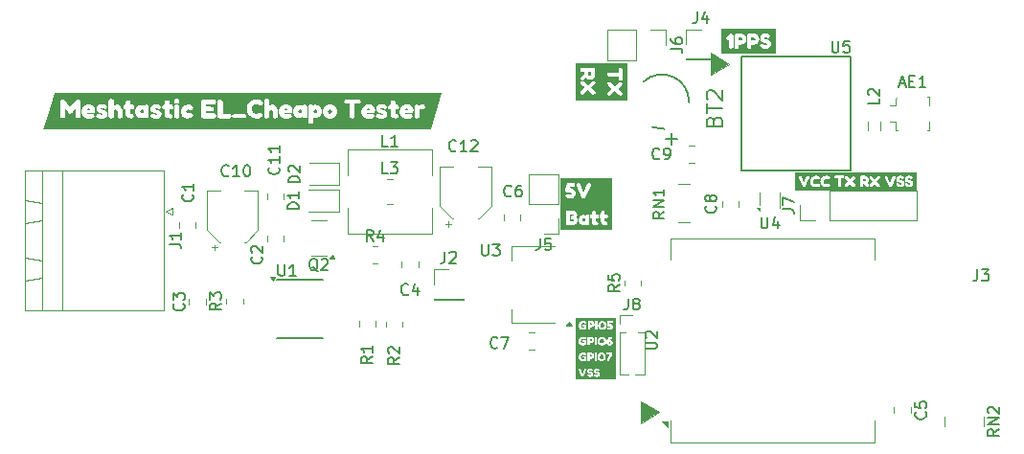
<source format=gbr>
%TF.GenerationSoftware,KiCad,Pcbnew,8.0.0*%
%TF.CreationDate,2024-06-13T14:54:28-05:00*%
%TF.ProjectId,SolarCheap,536f6c61-7243-4686-9561-702e6b696361,rev?*%
%TF.SameCoordinates,Original*%
%TF.FileFunction,Legend,Top*%
%TF.FilePolarity,Positive*%
%FSLAX46Y46*%
G04 Gerber Fmt 4.6, Leading zero omitted, Abs format (unit mm)*
G04 Created by KiCad (PCBNEW 8.0.0) date 2024-06-13 14:54:28*
%MOMM*%
%LPD*%
G01*
G04 APERTURE LIST*
%ADD10C,0.100000*%
%ADD11C,0.150000*%
%ADD12C,0.120000*%
%ADD13C,0.000000*%
%ADD14C,0.127000*%
G04 APERTURE END LIST*
D10*
X169600000Y-112200000D02*
X168000000Y-113200000D01*
X168000000Y-111200000D01*
X169600000Y-112200000D01*
G36*
X169600000Y-112200000D02*
G01*
X168000000Y-113200000D01*
X168000000Y-111200000D01*
X169600000Y-112200000D01*
G37*
X163400000Y-143000000D02*
X161800000Y-144000000D01*
X161800000Y-142000000D01*
X163400000Y-143000000D01*
G36*
X163400000Y-143000000D02*
G01*
X161800000Y-144000000D01*
X161800000Y-142000000D01*
X163400000Y-143000000D01*
G37*
D11*
X147738095Y-128154819D02*
X147738095Y-128964342D01*
X147738095Y-128964342D02*
X147785714Y-129059580D01*
X147785714Y-129059580D02*
X147833333Y-129107200D01*
X147833333Y-129107200D02*
X147928571Y-129154819D01*
X147928571Y-129154819D02*
X148119047Y-129154819D01*
X148119047Y-129154819D02*
X148214285Y-129107200D01*
X148214285Y-129107200D02*
X148261904Y-129059580D01*
X148261904Y-129059580D02*
X148309523Y-128964342D01*
X148309523Y-128964342D02*
X148309523Y-128154819D01*
X148690476Y-128154819D02*
X149309523Y-128154819D01*
X149309523Y-128154819D02*
X148976190Y-128535771D01*
X148976190Y-128535771D02*
X149119047Y-128535771D01*
X149119047Y-128535771D02*
X149214285Y-128583390D01*
X149214285Y-128583390D02*
X149261904Y-128631009D01*
X149261904Y-128631009D02*
X149309523Y-128726247D01*
X149309523Y-128726247D02*
X149309523Y-128964342D01*
X149309523Y-128964342D02*
X149261904Y-129059580D01*
X149261904Y-129059580D02*
X149214285Y-129107200D01*
X149214285Y-129107200D02*
X149119047Y-129154819D01*
X149119047Y-129154819D02*
X148833333Y-129154819D01*
X148833333Y-129154819D02*
X148738095Y-129107200D01*
X148738095Y-129107200D02*
X148690476Y-129059580D01*
X129759580Y-121342857D02*
X129807200Y-121390476D01*
X129807200Y-121390476D02*
X129854819Y-121533333D01*
X129854819Y-121533333D02*
X129854819Y-121628571D01*
X129854819Y-121628571D02*
X129807200Y-121771428D01*
X129807200Y-121771428D02*
X129711961Y-121866666D01*
X129711961Y-121866666D02*
X129616723Y-121914285D01*
X129616723Y-121914285D02*
X129426247Y-121961904D01*
X129426247Y-121961904D02*
X129283390Y-121961904D01*
X129283390Y-121961904D02*
X129092914Y-121914285D01*
X129092914Y-121914285D02*
X128997676Y-121866666D01*
X128997676Y-121866666D02*
X128902438Y-121771428D01*
X128902438Y-121771428D02*
X128854819Y-121628571D01*
X128854819Y-121628571D02*
X128854819Y-121533333D01*
X128854819Y-121533333D02*
X128902438Y-121390476D01*
X128902438Y-121390476D02*
X128950057Y-121342857D01*
X129854819Y-120390476D02*
X129854819Y-120961904D01*
X129854819Y-120676190D02*
X128854819Y-120676190D01*
X128854819Y-120676190D02*
X128997676Y-120771428D01*
X128997676Y-120771428D02*
X129092914Y-120866666D01*
X129092914Y-120866666D02*
X129140533Y-120961904D01*
X129854819Y-119438095D02*
X129854819Y-120009523D01*
X129854819Y-119723809D02*
X128854819Y-119723809D01*
X128854819Y-119723809D02*
X128997676Y-119819047D01*
X128997676Y-119819047D02*
X129092914Y-119914285D01*
X129092914Y-119914285D02*
X129140533Y-120009523D01*
X140454819Y-138166666D02*
X139978628Y-138499999D01*
X140454819Y-138738094D02*
X139454819Y-138738094D01*
X139454819Y-138738094D02*
X139454819Y-138357142D01*
X139454819Y-138357142D02*
X139502438Y-138261904D01*
X139502438Y-138261904D02*
X139550057Y-138214285D01*
X139550057Y-138214285D02*
X139645295Y-138166666D01*
X139645295Y-138166666D02*
X139788152Y-138166666D01*
X139788152Y-138166666D02*
X139883390Y-138214285D01*
X139883390Y-138214285D02*
X139931009Y-138261904D01*
X139931009Y-138261904D02*
X139978628Y-138357142D01*
X139978628Y-138357142D02*
X139978628Y-138738094D01*
X139550057Y-137785713D02*
X139502438Y-137738094D01*
X139502438Y-137738094D02*
X139454819Y-137642856D01*
X139454819Y-137642856D02*
X139454819Y-137404761D01*
X139454819Y-137404761D02*
X139502438Y-137309523D01*
X139502438Y-137309523D02*
X139550057Y-137261904D01*
X139550057Y-137261904D02*
X139645295Y-137214285D01*
X139645295Y-137214285D02*
X139740533Y-137214285D01*
X139740533Y-137214285D02*
X139883390Y-137261904D01*
X139883390Y-137261904D02*
X140454819Y-137833332D01*
X140454819Y-137833332D02*
X140454819Y-137214285D01*
X152866666Y-127659819D02*
X152866666Y-128374104D01*
X152866666Y-128374104D02*
X152819047Y-128516961D01*
X152819047Y-128516961D02*
X152723809Y-128612200D01*
X152723809Y-128612200D02*
X152580952Y-128659819D01*
X152580952Y-128659819D02*
X152485714Y-128659819D01*
X153819047Y-127659819D02*
X153342857Y-127659819D01*
X153342857Y-127659819D02*
X153295238Y-128136009D01*
X153295238Y-128136009D02*
X153342857Y-128088390D01*
X153342857Y-128088390D02*
X153438095Y-128040771D01*
X153438095Y-128040771D02*
X153676190Y-128040771D01*
X153676190Y-128040771D02*
X153771428Y-128088390D01*
X153771428Y-128088390D02*
X153819047Y-128136009D01*
X153819047Y-128136009D02*
X153866666Y-128231247D01*
X153866666Y-128231247D02*
X153866666Y-128469342D01*
X153866666Y-128469342D02*
X153819047Y-128564580D01*
X153819047Y-128564580D02*
X153771428Y-128612200D01*
X153771428Y-128612200D02*
X153676190Y-128659819D01*
X153676190Y-128659819D02*
X153438095Y-128659819D01*
X153438095Y-128659819D02*
X153342857Y-128612200D01*
X153342857Y-128612200D02*
X153295238Y-128564580D01*
X182854819Y-115266666D02*
X182854819Y-115742856D01*
X182854819Y-115742856D02*
X181854819Y-115742856D01*
X181950057Y-114980951D02*
X181902438Y-114933332D01*
X181902438Y-114933332D02*
X181854819Y-114838094D01*
X181854819Y-114838094D02*
X181854819Y-114599999D01*
X181854819Y-114599999D02*
X181902438Y-114504761D01*
X181902438Y-114504761D02*
X181950057Y-114457142D01*
X181950057Y-114457142D02*
X182045295Y-114409523D01*
X182045295Y-114409523D02*
X182140533Y-114409523D01*
X182140533Y-114409523D02*
X182283390Y-114457142D01*
X182283390Y-114457142D02*
X182854819Y-115028570D01*
X182854819Y-115028570D02*
X182854819Y-114409523D01*
X125357142Y-122059580D02*
X125309523Y-122107200D01*
X125309523Y-122107200D02*
X125166666Y-122154819D01*
X125166666Y-122154819D02*
X125071428Y-122154819D01*
X125071428Y-122154819D02*
X124928571Y-122107200D01*
X124928571Y-122107200D02*
X124833333Y-122011961D01*
X124833333Y-122011961D02*
X124785714Y-121916723D01*
X124785714Y-121916723D02*
X124738095Y-121726247D01*
X124738095Y-121726247D02*
X124738095Y-121583390D01*
X124738095Y-121583390D02*
X124785714Y-121392914D01*
X124785714Y-121392914D02*
X124833333Y-121297676D01*
X124833333Y-121297676D02*
X124928571Y-121202438D01*
X124928571Y-121202438D02*
X125071428Y-121154819D01*
X125071428Y-121154819D02*
X125166666Y-121154819D01*
X125166666Y-121154819D02*
X125309523Y-121202438D01*
X125309523Y-121202438D02*
X125357142Y-121250057D01*
X126309523Y-122154819D02*
X125738095Y-122154819D01*
X126023809Y-122154819D02*
X126023809Y-121154819D01*
X126023809Y-121154819D02*
X125928571Y-121297676D01*
X125928571Y-121297676D02*
X125833333Y-121392914D01*
X125833333Y-121392914D02*
X125738095Y-121440533D01*
X126928571Y-121154819D02*
X127023809Y-121154819D01*
X127023809Y-121154819D02*
X127119047Y-121202438D01*
X127119047Y-121202438D02*
X127166666Y-121250057D01*
X127166666Y-121250057D02*
X127214285Y-121345295D01*
X127214285Y-121345295D02*
X127261904Y-121535771D01*
X127261904Y-121535771D02*
X127261904Y-121773866D01*
X127261904Y-121773866D02*
X127214285Y-121964342D01*
X127214285Y-121964342D02*
X127166666Y-122059580D01*
X127166666Y-122059580D02*
X127119047Y-122107200D01*
X127119047Y-122107200D02*
X127023809Y-122154819D01*
X127023809Y-122154819D02*
X126928571Y-122154819D01*
X126928571Y-122154819D02*
X126833333Y-122107200D01*
X126833333Y-122107200D02*
X126785714Y-122059580D01*
X126785714Y-122059580D02*
X126738095Y-121964342D01*
X126738095Y-121964342D02*
X126690476Y-121773866D01*
X126690476Y-121773866D02*
X126690476Y-121535771D01*
X126690476Y-121535771D02*
X126738095Y-121345295D01*
X126738095Y-121345295D02*
X126785714Y-121250057D01*
X126785714Y-121250057D02*
X126833333Y-121202438D01*
X126833333Y-121202438D02*
X126928571Y-121154819D01*
X139433333Y-121904819D02*
X138957143Y-121904819D01*
X138957143Y-121904819D02*
X138957143Y-120904819D01*
X139671429Y-120904819D02*
X140290476Y-120904819D01*
X140290476Y-120904819D02*
X139957143Y-121285771D01*
X139957143Y-121285771D02*
X140100000Y-121285771D01*
X140100000Y-121285771D02*
X140195238Y-121333390D01*
X140195238Y-121333390D02*
X140242857Y-121381009D01*
X140242857Y-121381009D02*
X140290476Y-121476247D01*
X140290476Y-121476247D02*
X140290476Y-121714342D01*
X140290476Y-121714342D02*
X140242857Y-121809580D01*
X140242857Y-121809580D02*
X140195238Y-121857200D01*
X140195238Y-121857200D02*
X140100000Y-121904819D01*
X140100000Y-121904819D02*
X139814286Y-121904819D01*
X139814286Y-121904819D02*
X139719048Y-121857200D01*
X139719048Y-121857200D02*
X139671429Y-121809580D01*
X191541666Y-130379819D02*
X191541666Y-131094104D01*
X191541666Y-131094104D02*
X191494047Y-131236961D01*
X191494047Y-131236961D02*
X191398809Y-131332200D01*
X191398809Y-131332200D02*
X191255952Y-131379819D01*
X191255952Y-131379819D02*
X191160714Y-131379819D01*
X191922619Y-130379819D02*
X192541666Y-130379819D01*
X192541666Y-130379819D02*
X192208333Y-130760771D01*
X192208333Y-130760771D02*
X192351190Y-130760771D01*
X192351190Y-130760771D02*
X192446428Y-130808390D01*
X192446428Y-130808390D02*
X192494047Y-130856009D01*
X192494047Y-130856009D02*
X192541666Y-130951247D01*
X192541666Y-130951247D02*
X192541666Y-131189342D01*
X192541666Y-131189342D02*
X192494047Y-131284580D01*
X192494047Y-131284580D02*
X192446428Y-131332200D01*
X192446428Y-131332200D02*
X192351190Y-131379819D01*
X192351190Y-131379819D02*
X192065476Y-131379819D01*
X192065476Y-131379819D02*
X191970238Y-131332200D01*
X191970238Y-131332200D02*
X191922619Y-131284580D01*
X184633333Y-113969104D02*
X185109523Y-113969104D01*
X184538095Y-114254819D02*
X184871428Y-113254819D01*
X184871428Y-113254819D02*
X185204761Y-114254819D01*
X185538095Y-113731009D02*
X185871428Y-113731009D01*
X186014285Y-114254819D02*
X185538095Y-114254819D01*
X185538095Y-114254819D02*
X185538095Y-113254819D01*
X185538095Y-113254819D02*
X186014285Y-113254819D01*
X186966666Y-114254819D02*
X186395238Y-114254819D01*
X186680952Y-114254819D02*
X186680952Y-113254819D01*
X186680952Y-113254819D02*
X186585714Y-113397676D01*
X186585714Y-113397676D02*
X186490476Y-113492914D01*
X186490476Y-113492914D02*
X186395238Y-113540533D01*
X144466666Y-128824819D02*
X144466666Y-129539104D01*
X144466666Y-129539104D02*
X144419047Y-129681961D01*
X144419047Y-129681961D02*
X144323809Y-129777200D01*
X144323809Y-129777200D02*
X144180952Y-129824819D01*
X144180952Y-129824819D02*
X144085714Y-129824819D01*
X144895238Y-128920057D02*
X144942857Y-128872438D01*
X144942857Y-128872438D02*
X145038095Y-128824819D01*
X145038095Y-128824819D02*
X145276190Y-128824819D01*
X145276190Y-128824819D02*
X145371428Y-128872438D01*
X145371428Y-128872438D02*
X145419047Y-128920057D01*
X145419047Y-128920057D02*
X145466666Y-129015295D01*
X145466666Y-129015295D02*
X145466666Y-129110533D01*
X145466666Y-129110533D02*
X145419047Y-129253390D01*
X145419047Y-129253390D02*
X144847619Y-129824819D01*
X144847619Y-129824819D02*
X145466666Y-129824819D01*
X163433333Y-120559580D02*
X163385714Y-120607200D01*
X163385714Y-120607200D02*
X163242857Y-120654819D01*
X163242857Y-120654819D02*
X163147619Y-120654819D01*
X163147619Y-120654819D02*
X163004762Y-120607200D01*
X163004762Y-120607200D02*
X162909524Y-120511961D01*
X162909524Y-120511961D02*
X162861905Y-120416723D01*
X162861905Y-120416723D02*
X162814286Y-120226247D01*
X162814286Y-120226247D02*
X162814286Y-120083390D01*
X162814286Y-120083390D02*
X162861905Y-119892914D01*
X162861905Y-119892914D02*
X162909524Y-119797676D01*
X162909524Y-119797676D02*
X163004762Y-119702438D01*
X163004762Y-119702438D02*
X163147619Y-119654819D01*
X163147619Y-119654819D02*
X163242857Y-119654819D01*
X163242857Y-119654819D02*
X163385714Y-119702438D01*
X163385714Y-119702438D02*
X163433333Y-119750057D01*
X163909524Y-120654819D02*
X164100000Y-120654819D01*
X164100000Y-120654819D02*
X164195238Y-120607200D01*
X164195238Y-120607200D02*
X164242857Y-120559580D01*
X164242857Y-120559580D02*
X164338095Y-120416723D01*
X164338095Y-120416723D02*
X164385714Y-120226247D01*
X164385714Y-120226247D02*
X164385714Y-119845295D01*
X164385714Y-119845295D02*
X164338095Y-119750057D01*
X164338095Y-119750057D02*
X164290476Y-119702438D01*
X164290476Y-119702438D02*
X164195238Y-119654819D01*
X164195238Y-119654819D02*
X164004762Y-119654819D01*
X164004762Y-119654819D02*
X163909524Y-119702438D01*
X163909524Y-119702438D02*
X163861905Y-119750057D01*
X163861905Y-119750057D02*
X163814286Y-119845295D01*
X163814286Y-119845295D02*
X163814286Y-120083390D01*
X163814286Y-120083390D02*
X163861905Y-120178628D01*
X163861905Y-120178628D02*
X163909524Y-120226247D01*
X163909524Y-120226247D02*
X164004762Y-120273866D01*
X164004762Y-120273866D02*
X164195238Y-120273866D01*
X164195238Y-120273866D02*
X164290476Y-120226247D01*
X164290476Y-120226247D02*
X164338095Y-120178628D01*
X164338095Y-120178628D02*
X164385714Y-120083390D01*
X164459819Y-110868333D02*
X165174104Y-110868333D01*
X165174104Y-110868333D02*
X165316961Y-110915952D01*
X165316961Y-110915952D02*
X165412200Y-111011190D01*
X165412200Y-111011190D02*
X165459819Y-111154047D01*
X165459819Y-111154047D02*
X165459819Y-111249285D01*
X164459819Y-109963571D02*
X164459819Y-110154047D01*
X164459819Y-110154047D02*
X164507438Y-110249285D01*
X164507438Y-110249285D02*
X164555057Y-110296904D01*
X164555057Y-110296904D02*
X164697914Y-110392142D01*
X164697914Y-110392142D02*
X164888390Y-110439761D01*
X164888390Y-110439761D02*
X165269342Y-110439761D01*
X165269342Y-110439761D02*
X165364580Y-110392142D01*
X165364580Y-110392142D02*
X165412200Y-110344523D01*
X165412200Y-110344523D02*
X165459819Y-110249285D01*
X165459819Y-110249285D02*
X165459819Y-110058809D01*
X165459819Y-110058809D02*
X165412200Y-109963571D01*
X165412200Y-109963571D02*
X165364580Y-109915952D01*
X165364580Y-109915952D02*
X165269342Y-109868333D01*
X165269342Y-109868333D02*
X165031247Y-109868333D01*
X165031247Y-109868333D02*
X164936009Y-109915952D01*
X164936009Y-109915952D02*
X164888390Y-109963571D01*
X164888390Y-109963571D02*
X164840771Y-110058809D01*
X164840771Y-110058809D02*
X164840771Y-110249285D01*
X164840771Y-110249285D02*
X164888390Y-110344523D01*
X164888390Y-110344523D02*
X164936009Y-110392142D01*
X164936009Y-110392142D02*
X165031247Y-110439761D01*
X186939580Y-142991666D02*
X186987200Y-143039285D01*
X186987200Y-143039285D02*
X187034819Y-143182142D01*
X187034819Y-143182142D02*
X187034819Y-143277380D01*
X187034819Y-143277380D02*
X186987200Y-143420237D01*
X186987200Y-143420237D02*
X186891961Y-143515475D01*
X186891961Y-143515475D02*
X186796723Y-143563094D01*
X186796723Y-143563094D02*
X186606247Y-143610713D01*
X186606247Y-143610713D02*
X186463390Y-143610713D01*
X186463390Y-143610713D02*
X186272914Y-143563094D01*
X186272914Y-143563094D02*
X186177676Y-143515475D01*
X186177676Y-143515475D02*
X186082438Y-143420237D01*
X186082438Y-143420237D02*
X186034819Y-143277380D01*
X186034819Y-143277380D02*
X186034819Y-143182142D01*
X186034819Y-143182142D02*
X186082438Y-143039285D01*
X186082438Y-143039285D02*
X186130057Y-142991666D01*
X186034819Y-142086904D02*
X186034819Y-142563094D01*
X186034819Y-142563094D02*
X186511009Y-142610713D01*
X186511009Y-142610713D02*
X186463390Y-142563094D01*
X186463390Y-142563094D02*
X186415771Y-142467856D01*
X186415771Y-142467856D02*
X186415771Y-142229761D01*
X186415771Y-142229761D02*
X186463390Y-142134523D01*
X186463390Y-142134523D02*
X186511009Y-142086904D01*
X186511009Y-142086904D02*
X186606247Y-142039285D01*
X186606247Y-142039285D02*
X186844342Y-142039285D01*
X186844342Y-142039285D02*
X186939580Y-142086904D01*
X186939580Y-142086904D02*
X186987200Y-142134523D01*
X186987200Y-142134523D02*
X187034819Y-142229761D01*
X187034819Y-142229761D02*
X187034819Y-142467856D01*
X187034819Y-142467856D02*
X186987200Y-142563094D01*
X186987200Y-142563094D02*
X186939580Y-142610713D01*
X122159580Y-123766666D02*
X122207200Y-123814285D01*
X122207200Y-123814285D02*
X122254819Y-123957142D01*
X122254819Y-123957142D02*
X122254819Y-124052380D01*
X122254819Y-124052380D02*
X122207200Y-124195237D01*
X122207200Y-124195237D02*
X122111961Y-124290475D01*
X122111961Y-124290475D02*
X122016723Y-124338094D01*
X122016723Y-124338094D02*
X121826247Y-124385713D01*
X121826247Y-124385713D02*
X121683390Y-124385713D01*
X121683390Y-124385713D02*
X121492914Y-124338094D01*
X121492914Y-124338094D02*
X121397676Y-124290475D01*
X121397676Y-124290475D02*
X121302438Y-124195237D01*
X121302438Y-124195237D02*
X121254819Y-124052380D01*
X121254819Y-124052380D02*
X121254819Y-123957142D01*
X121254819Y-123957142D02*
X121302438Y-123814285D01*
X121302438Y-123814285D02*
X121350057Y-123766666D01*
X122254819Y-122814285D02*
X122254819Y-123385713D01*
X122254819Y-123099999D02*
X121254819Y-123099999D01*
X121254819Y-123099999D02*
X121397676Y-123195237D01*
X121397676Y-123195237D02*
X121492914Y-123290475D01*
X121492914Y-123290475D02*
X121540533Y-123385713D01*
X162196819Y-137426904D02*
X163006342Y-137426904D01*
X163006342Y-137426904D02*
X163101580Y-137379285D01*
X163101580Y-137379285D02*
X163149200Y-137331666D01*
X163149200Y-137331666D02*
X163196819Y-137236428D01*
X163196819Y-137236428D02*
X163196819Y-137045952D01*
X163196819Y-137045952D02*
X163149200Y-136950714D01*
X163149200Y-136950714D02*
X163101580Y-136903095D01*
X163101580Y-136903095D02*
X163006342Y-136855476D01*
X163006342Y-136855476D02*
X162196819Y-136855476D01*
X162292057Y-136426904D02*
X162244438Y-136379285D01*
X162244438Y-136379285D02*
X162196819Y-136284047D01*
X162196819Y-136284047D02*
X162196819Y-136045952D01*
X162196819Y-136045952D02*
X162244438Y-135950714D01*
X162244438Y-135950714D02*
X162292057Y-135903095D01*
X162292057Y-135903095D02*
X162387295Y-135855476D01*
X162387295Y-135855476D02*
X162482533Y-135855476D01*
X162482533Y-135855476D02*
X162625390Y-135903095D01*
X162625390Y-135903095D02*
X163196819Y-136474523D01*
X163196819Y-136474523D02*
X163196819Y-135855476D01*
X159904819Y-131754166D02*
X159428628Y-132087499D01*
X159904819Y-132325594D02*
X158904819Y-132325594D01*
X158904819Y-132325594D02*
X158904819Y-131944642D01*
X158904819Y-131944642D02*
X158952438Y-131849404D01*
X158952438Y-131849404D02*
X159000057Y-131801785D01*
X159000057Y-131801785D02*
X159095295Y-131754166D01*
X159095295Y-131754166D02*
X159238152Y-131754166D01*
X159238152Y-131754166D02*
X159333390Y-131801785D01*
X159333390Y-131801785D02*
X159381009Y-131849404D01*
X159381009Y-131849404D02*
X159428628Y-131944642D01*
X159428628Y-131944642D02*
X159428628Y-132325594D01*
X158904819Y-130849404D02*
X158904819Y-131325594D01*
X158904819Y-131325594D02*
X159381009Y-131373213D01*
X159381009Y-131373213D02*
X159333390Y-131325594D01*
X159333390Y-131325594D02*
X159285771Y-131230356D01*
X159285771Y-131230356D02*
X159285771Y-130992261D01*
X159285771Y-130992261D02*
X159333390Y-130897023D01*
X159333390Y-130897023D02*
X159381009Y-130849404D01*
X159381009Y-130849404D02*
X159476247Y-130801785D01*
X159476247Y-130801785D02*
X159714342Y-130801785D01*
X159714342Y-130801785D02*
X159809580Y-130849404D01*
X159809580Y-130849404D02*
X159857200Y-130897023D01*
X159857200Y-130897023D02*
X159904819Y-130992261D01*
X159904819Y-130992261D02*
X159904819Y-131230356D01*
X159904819Y-131230356D02*
X159857200Y-131325594D01*
X159857200Y-131325594D02*
X159809580Y-131373213D01*
X168379580Y-124766666D02*
X168427200Y-124814285D01*
X168427200Y-124814285D02*
X168474819Y-124957142D01*
X168474819Y-124957142D02*
X168474819Y-125052380D01*
X168474819Y-125052380D02*
X168427200Y-125195237D01*
X168427200Y-125195237D02*
X168331961Y-125290475D01*
X168331961Y-125290475D02*
X168236723Y-125338094D01*
X168236723Y-125338094D02*
X168046247Y-125385713D01*
X168046247Y-125385713D02*
X167903390Y-125385713D01*
X167903390Y-125385713D02*
X167712914Y-125338094D01*
X167712914Y-125338094D02*
X167617676Y-125290475D01*
X167617676Y-125290475D02*
X167522438Y-125195237D01*
X167522438Y-125195237D02*
X167474819Y-125052380D01*
X167474819Y-125052380D02*
X167474819Y-124957142D01*
X167474819Y-124957142D02*
X167522438Y-124814285D01*
X167522438Y-124814285D02*
X167570057Y-124766666D01*
X167903390Y-124195237D02*
X167855771Y-124290475D01*
X167855771Y-124290475D02*
X167808152Y-124338094D01*
X167808152Y-124338094D02*
X167712914Y-124385713D01*
X167712914Y-124385713D02*
X167665295Y-124385713D01*
X167665295Y-124385713D02*
X167570057Y-124338094D01*
X167570057Y-124338094D02*
X167522438Y-124290475D01*
X167522438Y-124290475D02*
X167474819Y-124195237D01*
X167474819Y-124195237D02*
X167474819Y-124004761D01*
X167474819Y-124004761D02*
X167522438Y-123909523D01*
X167522438Y-123909523D02*
X167570057Y-123861904D01*
X167570057Y-123861904D02*
X167665295Y-123814285D01*
X167665295Y-123814285D02*
X167712914Y-123814285D01*
X167712914Y-123814285D02*
X167808152Y-123861904D01*
X167808152Y-123861904D02*
X167855771Y-123909523D01*
X167855771Y-123909523D02*
X167903390Y-124004761D01*
X167903390Y-124004761D02*
X167903390Y-124195237D01*
X167903390Y-124195237D02*
X167951009Y-124290475D01*
X167951009Y-124290475D02*
X167998628Y-124338094D01*
X167998628Y-124338094D02*
X168093866Y-124385713D01*
X168093866Y-124385713D02*
X168284342Y-124385713D01*
X168284342Y-124385713D02*
X168379580Y-124338094D01*
X168379580Y-124338094D02*
X168427200Y-124290475D01*
X168427200Y-124290475D02*
X168474819Y-124195237D01*
X168474819Y-124195237D02*
X168474819Y-124004761D01*
X168474819Y-124004761D02*
X168427200Y-123909523D01*
X168427200Y-123909523D02*
X168379580Y-123861904D01*
X168379580Y-123861904D02*
X168284342Y-123814285D01*
X168284342Y-123814285D02*
X168093866Y-123814285D01*
X168093866Y-123814285D02*
X167998628Y-123861904D01*
X167998628Y-123861904D02*
X167951009Y-123909523D01*
X167951009Y-123909523D02*
X167903390Y-124004761D01*
X120132319Y-128133333D02*
X120846604Y-128133333D01*
X120846604Y-128133333D02*
X120989461Y-128180952D01*
X120989461Y-128180952D02*
X121084700Y-128276190D01*
X121084700Y-128276190D02*
X121132319Y-128419047D01*
X121132319Y-128419047D02*
X121132319Y-128514285D01*
X121132319Y-127133333D02*
X121132319Y-127704761D01*
X121132319Y-127419047D02*
X120132319Y-127419047D01*
X120132319Y-127419047D02*
X120275176Y-127514285D01*
X120275176Y-127514285D02*
X120370414Y-127609523D01*
X120370414Y-127609523D02*
X120418033Y-127704761D01*
X172438095Y-125754819D02*
X172438095Y-126564342D01*
X172438095Y-126564342D02*
X172485714Y-126659580D01*
X172485714Y-126659580D02*
X172533333Y-126707200D01*
X172533333Y-126707200D02*
X172628571Y-126754819D01*
X172628571Y-126754819D02*
X172819047Y-126754819D01*
X172819047Y-126754819D02*
X172914285Y-126707200D01*
X172914285Y-126707200D02*
X172961904Y-126659580D01*
X172961904Y-126659580D02*
X173009523Y-126564342D01*
X173009523Y-126564342D02*
X173009523Y-125754819D01*
X173914285Y-126088152D02*
X173914285Y-126754819D01*
X173676190Y-125707200D02*
X173438095Y-126421485D01*
X173438095Y-126421485D02*
X174057142Y-126421485D01*
X129738095Y-129954819D02*
X129738095Y-130764342D01*
X129738095Y-130764342D02*
X129785714Y-130859580D01*
X129785714Y-130859580D02*
X129833333Y-130907200D01*
X129833333Y-130907200D02*
X129928571Y-130954819D01*
X129928571Y-130954819D02*
X130119047Y-130954819D01*
X130119047Y-130954819D02*
X130214285Y-130907200D01*
X130214285Y-130907200D02*
X130261904Y-130859580D01*
X130261904Y-130859580D02*
X130309523Y-130764342D01*
X130309523Y-130764342D02*
X130309523Y-129954819D01*
X131309523Y-130954819D02*
X130738095Y-130954819D01*
X131023809Y-130954819D02*
X131023809Y-129954819D01*
X131023809Y-129954819D02*
X130928571Y-130097676D01*
X130928571Y-130097676D02*
X130833333Y-130192914D01*
X130833333Y-130192914D02*
X130738095Y-130240533D01*
X166766666Y-107624819D02*
X166766666Y-108339104D01*
X166766666Y-108339104D02*
X166719047Y-108481961D01*
X166719047Y-108481961D02*
X166623809Y-108577200D01*
X166623809Y-108577200D02*
X166480952Y-108624819D01*
X166480952Y-108624819D02*
X166385714Y-108624819D01*
X167671428Y-107958152D02*
X167671428Y-108624819D01*
X167433333Y-107577200D02*
X167195238Y-108291485D01*
X167195238Y-108291485D02*
X167814285Y-108291485D01*
X174324819Y-125053333D02*
X175039104Y-125053333D01*
X175039104Y-125053333D02*
X175181961Y-125100952D01*
X175181961Y-125100952D02*
X175277200Y-125196190D01*
X175277200Y-125196190D02*
X175324819Y-125339047D01*
X175324819Y-125339047D02*
X175324819Y-125434285D01*
X174324819Y-124672380D02*
X174324819Y-124005714D01*
X174324819Y-124005714D02*
X175324819Y-124434285D01*
X131554819Y-125038094D02*
X130554819Y-125038094D01*
X130554819Y-125038094D02*
X130554819Y-124799999D01*
X130554819Y-124799999D02*
X130602438Y-124657142D01*
X130602438Y-124657142D02*
X130697676Y-124561904D01*
X130697676Y-124561904D02*
X130792914Y-124514285D01*
X130792914Y-124514285D02*
X130983390Y-124466666D01*
X130983390Y-124466666D02*
X131126247Y-124466666D01*
X131126247Y-124466666D02*
X131316723Y-124514285D01*
X131316723Y-124514285D02*
X131411961Y-124561904D01*
X131411961Y-124561904D02*
X131507200Y-124657142D01*
X131507200Y-124657142D02*
X131554819Y-124799999D01*
X131554819Y-124799999D02*
X131554819Y-125038094D01*
X131554819Y-123514285D02*
X131554819Y-124085713D01*
X131554819Y-123799999D02*
X130554819Y-123799999D01*
X130554819Y-123799999D02*
X130697676Y-123895237D01*
X130697676Y-123895237D02*
X130792914Y-123990475D01*
X130792914Y-123990475D02*
X130840533Y-124085713D01*
X168262921Y-117287787D02*
X168329695Y-117087467D01*
X168329695Y-117087467D02*
X168396468Y-117020693D01*
X168396468Y-117020693D02*
X168530015Y-116953920D01*
X168530015Y-116953920D02*
X168730336Y-116953920D01*
X168730336Y-116953920D02*
X168863883Y-117020693D01*
X168863883Y-117020693D02*
X168930657Y-117087467D01*
X168930657Y-117087467D02*
X168997430Y-117221014D01*
X168997430Y-117221014D02*
X168997430Y-117755202D01*
X168997430Y-117755202D02*
X167595186Y-117755202D01*
X167595186Y-117755202D02*
X167595186Y-117287787D01*
X167595186Y-117287787D02*
X167661960Y-117154240D01*
X167661960Y-117154240D02*
X167728733Y-117087467D01*
X167728733Y-117087467D02*
X167862280Y-117020693D01*
X167862280Y-117020693D02*
X167995827Y-117020693D01*
X167995827Y-117020693D02*
X168129374Y-117087467D01*
X168129374Y-117087467D02*
X168196148Y-117154240D01*
X168196148Y-117154240D02*
X168262921Y-117287787D01*
X168262921Y-117287787D02*
X168262921Y-117755202D01*
X167595186Y-116553278D02*
X167595186Y-115751996D01*
X168997430Y-116152637D02*
X167595186Y-116152637D01*
X167728733Y-115351355D02*
X167661960Y-115284582D01*
X167661960Y-115284582D02*
X167595186Y-115151035D01*
X167595186Y-115151035D02*
X167595186Y-114817167D01*
X167595186Y-114817167D02*
X167661960Y-114683620D01*
X167661960Y-114683620D02*
X167728733Y-114616847D01*
X167728733Y-114616847D02*
X167862280Y-114550073D01*
X167862280Y-114550073D02*
X167995827Y-114550073D01*
X167995827Y-114550073D02*
X168196148Y-114616847D01*
X168196148Y-114616847D02*
X168997430Y-115418129D01*
X168997430Y-115418129D02*
X168997430Y-114550073D01*
X164519341Y-119388865D02*
X164519341Y-118321215D01*
X165053166Y-118855040D02*
X163985515Y-118855040D01*
X149133333Y-137259580D02*
X149085714Y-137307200D01*
X149085714Y-137307200D02*
X148942857Y-137354819D01*
X148942857Y-137354819D02*
X148847619Y-137354819D01*
X148847619Y-137354819D02*
X148704762Y-137307200D01*
X148704762Y-137307200D02*
X148609524Y-137211961D01*
X148609524Y-137211961D02*
X148561905Y-137116723D01*
X148561905Y-137116723D02*
X148514286Y-136926247D01*
X148514286Y-136926247D02*
X148514286Y-136783390D01*
X148514286Y-136783390D02*
X148561905Y-136592914D01*
X148561905Y-136592914D02*
X148609524Y-136497676D01*
X148609524Y-136497676D02*
X148704762Y-136402438D01*
X148704762Y-136402438D02*
X148847619Y-136354819D01*
X148847619Y-136354819D02*
X148942857Y-136354819D01*
X148942857Y-136354819D02*
X149085714Y-136402438D01*
X149085714Y-136402438D02*
X149133333Y-136450057D01*
X149466667Y-136354819D02*
X150133333Y-136354819D01*
X150133333Y-136354819D02*
X149704762Y-137354819D01*
X160666666Y-132949819D02*
X160666666Y-133664104D01*
X160666666Y-133664104D02*
X160619047Y-133806961D01*
X160619047Y-133806961D02*
X160523809Y-133902200D01*
X160523809Y-133902200D02*
X160380952Y-133949819D01*
X160380952Y-133949819D02*
X160285714Y-133949819D01*
X161285714Y-133378390D02*
X161190476Y-133330771D01*
X161190476Y-133330771D02*
X161142857Y-133283152D01*
X161142857Y-133283152D02*
X161095238Y-133187914D01*
X161095238Y-133187914D02*
X161095238Y-133140295D01*
X161095238Y-133140295D02*
X161142857Y-133045057D01*
X161142857Y-133045057D02*
X161190476Y-132997438D01*
X161190476Y-132997438D02*
X161285714Y-132949819D01*
X161285714Y-132949819D02*
X161476190Y-132949819D01*
X161476190Y-132949819D02*
X161571428Y-132997438D01*
X161571428Y-132997438D02*
X161619047Y-133045057D01*
X161619047Y-133045057D02*
X161666666Y-133140295D01*
X161666666Y-133140295D02*
X161666666Y-133187914D01*
X161666666Y-133187914D02*
X161619047Y-133283152D01*
X161619047Y-133283152D02*
X161571428Y-133330771D01*
X161571428Y-133330771D02*
X161476190Y-133378390D01*
X161476190Y-133378390D02*
X161285714Y-133378390D01*
X161285714Y-133378390D02*
X161190476Y-133426009D01*
X161190476Y-133426009D02*
X161142857Y-133473628D01*
X161142857Y-133473628D02*
X161095238Y-133568866D01*
X161095238Y-133568866D02*
X161095238Y-133759342D01*
X161095238Y-133759342D02*
X161142857Y-133854580D01*
X161142857Y-133854580D02*
X161190476Y-133902200D01*
X161190476Y-133902200D02*
X161285714Y-133949819D01*
X161285714Y-133949819D02*
X161476190Y-133949819D01*
X161476190Y-133949819D02*
X161571428Y-133902200D01*
X161571428Y-133902200D02*
X161619047Y-133854580D01*
X161619047Y-133854580D02*
X161666666Y-133759342D01*
X161666666Y-133759342D02*
X161666666Y-133568866D01*
X161666666Y-133568866D02*
X161619047Y-133473628D01*
X161619047Y-133473628D02*
X161571428Y-133426009D01*
X161571428Y-133426009D02*
X161476190Y-133378390D01*
X163854819Y-125290476D02*
X163378628Y-125623809D01*
X163854819Y-125861904D02*
X162854819Y-125861904D01*
X162854819Y-125861904D02*
X162854819Y-125480952D01*
X162854819Y-125480952D02*
X162902438Y-125385714D01*
X162902438Y-125385714D02*
X162950057Y-125338095D01*
X162950057Y-125338095D02*
X163045295Y-125290476D01*
X163045295Y-125290476D02*
X163188152Y-125290476D01*
X163188152Y-125290476D02*
X163283390Y-125338095D01*
X163283390Y-125338095D02*
X163331009Y-125385714D01*
X163331009Y-125385714D02*
X163378628Y-125480952D01*
X163378628Y-125480952D02*
X163378628Y-125861904D01*
X163854819Y-124861904D02*
X162854819Y-124861904D01*
X162854819Y-124861904D02*
X163854819Y-124290476D01*
X163854819Y-124290476D02*
X162854819Y-124290476D01*
X163854819Y-123290476D02*
X163854819Y-123861904D01*
X163854819Y-123576190D02*
X162854819Y-123576190D01*
X162854819Y-123576190D02*
X162997676Y-123671428D01*
X162997676Y-123671428D02*
X163092914Y-123766666D01*
X163092914Y-123766666D02*
X163140533Y-123861904D01*
X138054819Y-138066666D02*
X137578628Y-138399999D01*
X138054819Y-138638094D02*
X137054819Y-138638094D01*
X137054819Y-138638094D02*
X137054819Y-138257142D01*
X137054819Y-138257142D02*
X137102438Y-138161904D01*
X137102438Y-138161904D02*
X137150057Y-138114285D01*
X137150057Y-138114285D02*
X137245295Y-138066666D01*
X137245295Y-138066666D02*
X137388152Y-138066666D01*
X137388152Y-138066666D02*
X137483390Y-138114285D01*
X137483390Y-138114285D02*
X137531009Y-138161904D01*
X137531009Y-138161904D02*
X137578628Y-138257142D01*
X137578628Y-138257142D02*
X137578628Y-138638094D01*
X138054819Y-137114285D02*
X138054819Y-137685713D01*
X138054819Y-137399999D02*
X137054819Y-137399999D01*
X137054819Y-137399999D02*
X137197676Y-137495237D01*
X137197676Y-137495237D02*
X137292914Y-137590475D01*
X137292914Y-137590475D02*
X137340533Y-137685713D01*
X178688095Y-110192319D02*
X178688095Y-111001842D01*
X178688095Y-111001842D02*
X178735714Y-111097080D01*
X178735714Y-111097080D02*
X178783333Y-111144700D01*
X178783333Y-111144700D02*
X178878571Y-111192319D01*
X178878571Y-111192319D02*
X179069047Y-111192319D01*
X179069047Y-111192319D02*
X179164285Y-111144700D01*
X179164285Y-111144700D02*
X179211904Y-111097080D01*
X179211904Y-111097080D02*
X179259523Y-111001842D01*
X179259523Y-111001842D02*
X179259523Y-110192319D01*
X180211904Y-110192319D02*
X179735714Y-110192319D01*
X179735714Y-110192319D02*
X179688095Y-110668509D01*
X179688095Y-110668509D02*
X179735714Y-110620890D01*
X179735714Y-110620890D02*
X179830952Y-110573271D01*
X179830952Y-110573271D02*
X180069047Y-110573271D01*
X180069047Y-110573271D02*
X180164285Y-110620890D01*
X180164285Y-110620890D02*
X180211904Y-110668509D01*
X180211904Y-110668509D02*
X180259523Y-110763747D01*
X180259523Y-110763747D02*
X180259523Y-111001842D01*
X180259523Y-111001842D02*
X180211904Y-111097080D01*
X180211904Y-111097080D02*
X180164285Y-111144700D01*
X180164285Y-111144700D02*
X180069047Y-111192319D01*
X180069047Y-111192319D02*
X179830952Y-111192319D01*
X179830952Y-111192319D02*
X179735714Y-111144700D01*
X179735714Y-111144700D02*
X179688095Y-111097080D01*
X150333333Y-123859580D02*
X150285714Y-123907200D01*
X150285714Y-123907200D02*
X150142857Y-123954819D01*
X150142857Y-123954819D02*
X150047619Y-123954819D01*
X150047619Y-123954819D02*
X149904762Y-123907200D01*
X149904762Y-123907200D02*
X149809524Y-123811961D01*
X149809524Y-123811961D02*
X149761905Y-123716723D01*
X149761905Y-123716723D02*
X149714286Y-123526247D01*
X149714286Y-123526247D02*
X149714286Y-123383390D01*
X149714286Y-123383390D02*
X149761905Y-123192914D01*
X149761905Y-123192914D02*
X149809524Y-123097676D01*
X149809524Y-123097676D02*
X149904762Y-123002438D01*
X149904762Y-123002438D02*
X150047619Y-122954819D01*
X150047619Y-122954819D02*
X150142857Y-122954819D01*
X150142857Y-122954819D02*
X150285714Y-123002438D01*
X150285714Y-123002438D02*
X150333333Y-123050057D01*
X151190476Y-122954819D02*
X151000000Y-122954819D01*
X151000000Y-122954819D02*
X150904762Y-123002438D01*
X150904762Y-123002438D02*
X150857143Y-123050057D01*
X150857143Y-123050057D02*
X150761905Y-123192914D01*
X150761905Y-123192914D02*
X150714286Y-123383390D01*
X150714286Y-123383390D02*
X150714286Y-123764342D01*
X150714286Y-123764342D02*
X150761905Y-123859580D01*
X150761905Y-123859580D02*
X150809524Y-123907200D01*
X150809524Y-123907200D02*
X150904762Y-123954819D01*
X150904762Y-123954819D02*
X151095238Y-123954819D01*
X151095238Y-123954819D02*
X151190476Y-123907200D01*
X151190476Y-123907200D02*
X151238095Y-123859580D01*
X151238095Y-123859580D02*
X151285714Y-123764342D01*
X151285714Y-123764342D02*
X151285714Y-123526247D01*
X151285714Y-123526247D02*
X151238095Y-123431009D01*
X151238095Y-123431009D02*
X151190476Y-123383390D01*
X151190476Y-123383390D02*
X151095238Y-123335771D01*
X151095238Y-123335771D02*
X150904762Y-123335771D01*
X150904762Y-123335771D02*
X150809524Y-123383390D01*
X150809524Y-123383390D02*
X150761905Y-123431009D01*
X150761905Y-123431009D02*
X150714286Y-123526247D01*
X139433333Y-119504819D02*
X138957143Y-119504819D01*
X138957143Y-119504819D02*
X138957143Y-118504819D01*
X140290476Y-119504819D02*
X139719048Y-119504819D01*
X140004762Y-119504819D02*
X140004762Y-118504819D01*
X140004762Y-118504819D02*
X139909524Y-118647676D01*
X139909524Y-118647676D02*
X139814286Y-118742914D01*
X139814286Y-118742914D02*
X139719048Y-118790533D01*
X133242261Y-130550057D02*
X133147023Y-130502438D01*
X133147023Y-130502438D02*
X133051785Y-130407200D01*
X133051785Y-130407200D02*
X132908928Y-130264342D01*
X132908928Y-130264342D02*
X132813690Y-130216723D01*
X132813690Y-130216723D02*
X132718452Y-130216723D01*
X132766071Y-130454819D02*
X132670833Y-130407200D01*
X132670833Y-130407200D02*
X132575595Y-130311961D01*
X132575595Y-130311961D02*
X132527976Y-130121485D01*
X132527976Y-130121485D02*
X132527976Y-129788152D01*
X132527976Y-129788152D02*
X132575595Y-129597676D01*
X132575595Y-129597676D02*
X132670833Y-129502438D01*
X132670833Y-129502438D02*
X132766071Y-129454819D01*
X132766071Y-129454819D02*
X132956547Y-129454819D01*
X132956547Y-129454819D02*
X133051785Y-129502438D01*
X133051785Y-129502438D02*
X133147023Y-129597676D01*
X133147023Y-129597676D02*
X133194642Y-129788152D01*
X133194642Y-129788152D02*
X133194642Y-130121485D01*
X133194642Y-130121485D02*
X133147023Y-130311961D01*
X133147023Y-130311961D02*
X133051785Y-130407200D01*
X133051785Y-130407200D02*
X132956547Y-130454819D01*
X132956547Y-130454819D02*
X132766071Y-130454819D01*
X133575595Y-129550057D02*
X133623214Y-129502438D01*
X133623214Y-129502438D02*
X133718452Y-129454819D01*
X133718452Y-129454819D02*
X133956547Y-129454819D01*
X133956547Y-129454819D02*
X134051785Y-129502438D01*
X134051785Y-129502438D02*
X134099404Y-129550057D01*
X134099404Y-129550057D02*
X134147023Y-129645295D01*
X134147023Y-129645295D02*
X134147023Y-129740533D01*
X134147023Y-129740533D02*
X134099404Y-129883390D01*
X134099404Y-129883390D02*
X133527976Y-130454819D01*
X133527976Y-130454819D02*
X134147023Y-130454819D01*
X131654819Y-122695594D02*
X130654819Y-122695594D01*
X130654819Y-122695594D02*
X130654819Y-122457499D01*
X130654819Y-122457499D02*
X130702438Y-122314642D01*
X130702438Y-122314642D02*
X130797676Y-122219404D01*
X130797676Y-122219404D02*
X130892914Y-122171785D01*
X130892914Y-122171785D02*
X131083390Y-122124166D01*
X131083390Y-122124166D02*
X131226247Y-122124166D01*
X131226247Y-122124166D02*
X131416723Y-122171785D01*
X131416723Y-122171785D02*
X131511961Y-122219404D01*
X131511961Y-122219404D02*
X131607200Y-122314642D01*
X131607200Y-122314642D02*
X131654819Y-122457499D01*
X131654819Y-122457499D02*
X131654819Y-122695594D01*
X130750057Y-121743213D02*
X130702438Y-121695594D01*
X130702438Y-121695594D02*
X130654819Y-121600356D01*
X130654819Y-121600356D02*
X130654819Y-121362261D01*
X130654819Y-121362261D02*
X130702438Y-121267023D01*
X130702438Y-121267023D02*
X130750057Y-121219404D01*
X130750057Y-121219404D02*
X130845295Y-121171785D01*
X130845295Y-121171785D02*
X130940533Y-121171785D01*
X130940533Y-121171785D02*
X131083390Y-121219404D01*
X131083390Y-121219404D02*
X131654819Y-121790832D01*
X131654819Y-121790832D02*
X131654819Y-121171785D01*
X141233334Y-132559579D02*
X141185715Y-132607199D01*
X141185715Y-132607199D02*
X141042858Y-132654818D01*
X141042858Y-132654818D02*
X140947620Y-132654818D01*
X140947620Y-132654818D02*
X140804763Y-132607199D01*
X140804763Y-132607199D02*
X140709525Y-132511960D01*
X140709525Y-132511960D02*
X140661906Y-132416722D01*
X140661906Y-132416722D02*
X140614287Y-132226246D01*
X140614287Y-132226246D02*
X140614287Y-132083389D01*
X140614287Y-132083389D02*
X140661906Y-131892913D01*
X140661906Y-131892913D02*
X140709525Y-131797675D01*
X140709525Y-131797675D02*
X140804763Y-131702437D01*
X140804763Y-131702437D02*
X140947620Y-131654818D01*
X140947620Y-131654818D02*
X141042858Y-131654818D01*
X141042858Y-131654818D02*
X141185715Y-131702437D01*
X141185715Y-131702437D02*
X141233334Y-131750056D01*
X142090477Y-131988151D02*
X142090477Y-132654818D01*
X141852382Y-131607199D02*
X141614287Y-132321484D01*
X141614287Y-132321484D02*
X142233334Y-132321484D01*
X124692319Y-133366666D02*
X124216128Y-133699999D01*
X124692319Y-133938094D02*
X123692319Y-133938094D01*
X123692319Y-133938094D02*
X123692319Y-133557142D01*
X123692319Y-133557142D02*
X123739938Y-133461904D01*
X123739938Y-133461904D02*
X123787557Y-133414285D01*
X123787557Y-133414285D02*
X123882795Y-133366666D01*
X123882795Y-133366666D02*
X124025652Y-133366666D01*
X124025652Y-133366666D02*
X124120890Y-133414285D01*
X124120890Y-133414285D02*
X124168509Y-133461904D01*
X124168509Y-133461904D02*
X124216128Y-133557142D01*
X124216128Y-133557142D02*
X124216128Y-133938094D01*
X123692319Y-133033332D02*
X123692319Y-132414285D01*
X123692319Y-132414285D02*
X124073271Y-132747618D01*
X124073271Y-132747618D02*
X124073271Y-132604761D01*
X124073271Y-132604761D02*
X124120890Y-132509523D01*
X124120890Y-132509523D02*
X124168509Y-132461904D01*
X124168509Y-132461904D02*
X124263747Y-132414285D01*
X124263747Y-132414285D02*
X124501842Y-132414285D01*
X124501842Y-132414285D02*
X124597080Y-132461904D01*
X124597080Y-132461904D02*
X124644700Y-132509523D01*
X124644700Y-132509523D02*
X124692319Y-132604761D01*
X124692319Y-132604761D02*
X124692319Y-132890475D01*
X124692319Y-132890475D02*
X124644700Y-132985713D01*
X124644700Y-132985713D02*
X124597080Y-133033332D01*
X145457142Y-119859580D02*
X145409523Y-119907200D01*
X145409523Y-119907200D02*
X145266666Y-119954819D01*
X145266666Y-119954819D02*
X145171428Y-119954819D01*
X145171428Y-119954819D02*
X145028571Y-119907200D01*
X145028571Y-119907200D02*
X144933333Y-119811961D01*
X144933333Y-119811961D02*
X144885714Y-119716723D01*
X144885714Y-119716723D02*
X144838095Y-119526247D01*
X144838095Y-119526247D02*
X144838095Y-119383390D01*
X144838095Y-119383390D02*
X144885714Y-119192914D01*
X144885714Y-119192914D02*
X144933333Y-119097676D01*
X144933333Y-119097676D02*
X145028571Y-119002438D01*
X145028571Y-119002438D02*
X145171428Y-118954819D01*
X145171428Y-118954819D02*
X145266666Y-118954819D01*
X145266666Y-118954819D02*
X145409523Y-119002438D01*
X145409523Y-119002438D02*
X145457142Y-119050057D01*
X146409523Y-119954819D02*
X145838095Y-119954819D01*
X146123809Y-119954819D02*
X146123809Y-118954819D01*
X146123809Y-118954819D02*
X146028571Y-119097676D01*
X146028571Y-119097676D02*
X145933333Y-119192914D01*
X145933333Y-119192914D02*
X145838095Y-119240533D01*
X146790476Y-119050057D02*
X146838095Y-119002438D01*
X146838095Y-119002438D02*
X146933333Y-118954819D01*
X146933333Y-118954819D02*
X147171428Y-118954819D01*
X147171428Y-118954819D02*
X147266666Y-119002438D01*
X147266666Y-119002438D02*
X147314285Y-119050057D01*
X147314285Y-119050057D02*
X147361904Y-119145295D01*
X147361904Y-119145295D02*
X147361904Y-119240533D01*
X147361904Y-119240533D02*
X147314285Y-119383390D01*
X147314285Y-119383390D02*
X146742857Y-119954819D01*
X146742857Y-119954819D02*
X147361904Y-119954819D01*
X138133333Y-127904819D02*
X137800000Y-127428628D01*
X137561905Y-127904819D02*
X137561905Y-126904819D01*
X137561905Y-126904819D02*
X137942857Y-126904819D01*
X137942857Y-126904819D02*
X138038095Y-126952438D01*
X138038095Y-126952438D02*
X138085714Y-127000057D01*
X138085714Y-127000057D02*
X138133333Y-127095295D01*
X138133333Y-127095295D02*
X138133333Y-127238152D01*
X138133333Y-127238152D02*
X138085714Y-127333390D01*
X138085714Y-127333390D02*
X138038095Y-127381009D01*
X138038095Y-127381009D02*
X137942857Y-127428628D01*
X137942857Y-127428628D02*
X137561905Y-127428628D01*
X138990476Y-127238152D02*
X138990476Y-127904819D01*
X138752381Y-126857200D02*
X138514286Y-127571485D01*
X138514286Y-127571485D02*
X139133333Y-127571485D01*
X128259580Y-129266666D02*
X128307200Y-129314285D01*
X128307200Y-129314285D02*
X128354819Y-129457142D01*
X128354819Y-129457142D02*
X128354819Y-129552380D01*
X128354819Y-129552380D02*
X128307200Y-129695237D01*
X128307200Y-129695237D02*
X128211961Y-129790475D01*
X128211961Y-129790475D02*
X128116723Y-129838094D01*
X128116723Y-129838094D02*
X127926247Y-129885713D01*
X127926247Y-129885713D02*
X127783390Y-129885713D01*
X127783390Y-129885713D02*
X127592914Y-129838094D01*
X127592914Y-129838094D02*
X127497676Y-129790475D01*
X127497676Y-129790475D02*
X127402438Y-129695237D01*
X127402438Y-129695237D02*
X127354819Y-129552380D01*
X127354819Y-129552380D02*
X127354819Y-129457142D01*
X127354819Y-129457142D02*
X127402438Y-129314285D01*
X127402438Y-129314285D02*
X127450057Y-129266666D01*
X127450057Y-128885713D02*
X127402438Y-128838094D01*
X127402438Y-128838094D02*
X127354819Y-128742856D01*
X127354819Y-128742856D02*
X127354819Y-128504761D01*
X127354819Y-128504761D02*
X127402438Y-128409523D01*
X127402438Y-128409523D02*
X127450057Y-128361904D01*
X127450057Y-128361904D02*
X127545295Y-128314285D01*
X127545295Y-128314285D02*
X127640533Y-128314285D01*
X127640533Y-128314285D02*
X127783390Y-128361904D01*
X127783390Y-128361904D02*
X128354819Y-128933332D01*
X128354819Y-128933332D02*
X128354819Y-128314285D01*
X193444819Y-144515476D02*
X192968628Y-144848809D01*
X193444819Y-145086904D02*
X192444819Y-145086904D01*
X192444819Y-145086904D02*
X192444819Y-144705952D01*
X192444819Y-144705952D02*
X192492438Y-144610714D01*
X192492438Y-144610714D02*
X192540057Y-144563095D01*
X192540057Y-144563095D02*
X192635295Y-144515476D01*
X192635295Y-144515476D02*
X192778152Y-144515476D01*
X192778152Y-144515476D02*
X192873390Y-144563095D01*
X192873390Y-144563095D02*
X192921009Y-144610714D01*
X192921009Y-144610714D02*
X192968628Y-144705952D01*
X192968628Y-144705952D02*
X192968628Y-145086904D01*
X193444819Y-144086904D02*
X192444819Y-144086904D01*
X192444819Y-144086904D02*
X193444819Y-143515476D01*
X193444819Y-143515476D02*
X192444819Y-143515476D01*
X192540057Y-143086904D02*
X192492438Y-143039285D01*
X192492438Y-143039285D02*
X192444819Y-142944047D01*
X192444819Y-142944047D02*
X192444819Y-142705952D01*
X192444819Y-142705952D02*
X192492438Y-142610714D01*
X192492438Y-142610714D02*
X192540057Y-142563095D01*
X192540057Y-142563095D02*
X192635295Y-142515476D01*
X192635295Y-142515476D02*
X192730533Y-142515476D01*
X192730533Y-142515476D02*
X192873390Y-142563095D01*
X192873390Y-142563095D02*
X193444819Y-143134523D01*
X193444819Y-143134523D02*
X193444819Y-142515476D01*
X121359580Y-133416666D02*
X121407200Y-133464285D01*
X121407200Y-133464285D02*
X121454819Y-133607142D01*
X121454819Y-133607142D02*
X121454819Y-133702380D01*
X121454819Y-133702380D02*
X121407200Y-133845237D01*
X121407200Y-133845237D02*
X121311961Y-133940475D01*
X121311961Y-133940475D02*
X121216723Y-133988094D01*
X121216723Y-133988094D02*
X121026247Y-134035713D01*
X121026247Y-134035713D02*
X120883390Y-134035713D01*
X120883390Y-134035713D02*
X120692914Y-133988094D01*
X120692914Y-133988094D02*
X120597676Y-133940475D01*
X120597676Y-133940475D02*
X120502438Y-133845237D01*
X120502438Y-133845237D02*
X120454819Y-133702380D01*
X120454819Y-133702380D02*
X120454819Y-133607142D01*
X120454819Y-133607142D02*
X120502438Y-133464285D01*
X120502438Y-133464285D02*
X120550057Y-133416666D01*
X120454819Y-133083332D02*
X120454819Y-132464285D01*
X120454819Y-132464285D02*
X120835771Y-132797618D01*
X120835771Y-132797618D02*
X120835771Y-132654761D01*
X120835771Y-132654761D02*
X120883390Y-132559523D01*
X120883390Y-132559523D02*
X120931009Y-132511904D01*
X120931009Y-132511904D02*
X121026247Y-132464285D01*
X121026247Y-132464285D02*
X121264342Y-132464285D01*
X121264342Y-132464285D02*
X121359580Y-132511904D01*
X121359580Y-132511904D02*
X121407200Y-132559523D01*
X121407200Y-132559523D02*
X121454819Y-132654761D01*
X121454819Y-132654761D02*
X121454819Y-132940475D01*
X121454819Y-132940475D02*
X121407200Y-133035713D01*
X121407200Y-133035713D02*
X121359580Y-133083332D01*
D12*
%TO.C,U3*%
X150390000Y-128315000D02*
X150390000Y-129575000D01*
X150390000Y-135135000D02*
X150390000Y-133875000D01*
X154150000Y-128315000D02*
X150390000Y-128315000D01*
X154150000Y-135135000D02*
X150390000Y-135135000D01*
X155670000Y-135365000D02*
X155190000Y-135365000D01*
X155430000Y-135035000D01*
X155670000Y-135365000D01*
G36*
X155670000Y-135365000D02*
G01*
X155190000Y-135365000D01*
X155430000Y-135035000D01*
X155670000Y-135365000D01*
G37*
%TO.C,C11*%
X128765000Y-124211252D02*
X128765000Y-123688748D01*
X130235000Y-124211252D02*
X130235000Y-123688748D01*
%TO.C,R2*%
X139265000Y-135427064D02*
X139265000Y-134972936D01*
X140735000Y-135427064D02*
X140735000Y-134972936D01*
%TO.C,J5*%
X151870000Y-124605000D02*
X151870000Y-122005000D01*
X154530000Y-122005000D02*
X151870000Y-122005000D01*
X154530000Y-124605000D02*
X151870000Y-124605000D01*
X154530000Y-124605000D02*
X154530000Y-122005000D01*
X154530000Y-125875000D02*
X154530000Y-127205000D01*
X154530000Y-127205000D02*
X153200000Y-127205000D01*
%TO.C,L2*%
X181840000Y-118099622D02*
X181840000Y-117300378D01*
X182960000Y-118099622D02*
X182960000Y-117300378D01*
D13*
%TO.C,kibuzzard-666316A7*%
G36*
X157443258Y-137949617D02*
G01*
X157466454Y-138005719D01*
X157441100Y-138065058D01*
X157387695Y-138084478D01*
X157271176Y-138084478D01*
X157271176Y-137926961D01*
X157386616Y-137926961D01*
X157443258Y-137949617D01*
G37*
G36*
X157460741Y-136552790D02*
G01*
X157484279Y-136609721D01*
X157458551Y-136669936D01*
X157404357Y-136689643D01*
X157286116Y-136689643D01*
X157286116Y-136529798D01*
X157403262Y-136529798D01*
X157460741Y-136552790D01*
G37*
G36*
X157478748Y-135155730D02*
G01*
X157502640Y-135213515D01*
X157476525Y-135274633D01*
X157421518Y-135294636D01*
X157301503Y-135294636D01*
X157301503Y-135132393D01*
X157420407Y-135132393D01*
X157478748Y-135155730D01*
G37*
G36*
X159089297Y-136824854D02*
G01*
X159106814Y-136863721D01*
X159090391Y-136908061D01*
X159037840Y-136921747D01*
X158986383Y-136907514D01*
X158971055Y-136861531D01*
X158990762Y-136824307D01*
X159044409Y-136810074D01*
X159089297Y-136824854D01*
G37*
G36*
X158392406Y-137932220D02*
G01*
X158449317Y-137973892D01*
X158488157Y-138035523D01*
X158501103Y-138109292D01*
X158488291Y-138183600D01*
X158449856Y-138244692D01*
X158392810Y-138285554D01*
X158324166Y-138299175D01*
X158257680Y-138285150D01*
X158200634Y-138243073D01*
X158161390Y-138181577D01*
X158148308Y-138109292D01*
X158161255Y-138035523D01*
X158200095Y-137973892D01*
X158257275Y-137932220D01*
X158325245Y-137918329D01*
X158392406Y-137932220D01*
G37*
G36*
X158423915Y-136535136D02*
G01*
X158481667Y-136577423D01*
X158521081Y-136639965D01*
X158534219Y-136714824D01*
X158521218Y-136790231D01*
X158482215Y-136852225D01*
X158424326Y-136893692D01*
X158354667Y-136907514D01*
X158287199Y-136893281D01*
X158229310Y-136850583D01*
X158189485Y-136788178D01*
X158176210Y-136714824D01*
X158189348Y-136639965D01*
X158228762Y-136577423D01*
X158286788Y-136535136D01*
X158355762Y-136521040D01*
X158423915Y-136535136D01*
G37*
G36*
X158456370Y-135137811D02*
G01*
X158514988Y-135180733D01*
X158554993Y-135244213D01*
X158568328Y-135320195D01*
X158555132Y-135396732D01*
X158515544Y-135459656D01*
X158456787Y-135501745D01*
X158386083Y-135515775D01*
X158317603Y-135501328D01*
X158258845Y-135457990D01*
X158218424Y-135394648D01*
X158204950Y-135320195D01*
X158218285Y-135244213D01*
X158258290Y-135180733D01*
X158317186Y-135137811D01*
X158387195Y-135123503D01*
X158456370Y-135137811D01*
G37*
G36*
X159551044Y-140115811D02*
G01*
X159319533Y-140115811D01*
X158921868Y-140115811D01*
X158329561Y-140115811D01*
X157898957Y-140115811D01*
X157322596Y-140115811D01*
X156649465Y-140115811D01*
X156280467Y-140115811D01*
X156048956Y-140115811D01*
X156048956Y-139191497D01*
X156291101Y-139191497D01*
X156301735Y-139265403D01*
X156553760Y-139819433D01*
X156589915Y-139859311D01*
X156649465Y-139872603D01*
X156704230Y-139858247D01*
X156740918Y-139819433D01*
X156795580Y-139699269D01*
X157050366Y-139699269D01*
X157076951Y-139768390D01*
X157083331Y-139775834D01*
X157095029Y-139790721D01*
X157113638Y-139809331D01*
X157139160Y-139830067D01*
X157172125Y-139850272D01*
X157213066Y-139867818D01*
X157263046Y-139879515D01*
X157322596Y-139884300D01*
X157393312Y-139876325D01*
X157466154Y-139849208D01*
X157531553Y-139801887D01*
X157577811Y-139730108D01*
X157586902Y-139699269D01*
X157626727Y-139699269D01*
X157653312Y-139768390D01*
X157659693Y-139775834D01*
X157671390Y-139790721D01*
X157690000Y-139809331D01*
X157715521Y-139830067D01*
X157748486Y-139850272D01*
X157789427Y-139867818D01*
X157839407Y-139879515D01*
X157898957Y-139884300D01*
X157969673Y-139876325D01*
X158042516Y-139849208D01*
X158107915Y-139801887D01*
X158154172Y-139730108D01*
X158167731Y-139684116D01*
X158172250Y-139633339D01*
X158162281Y-139553850D01*
X158132373Y-139496160D01*
X158085716Y-139455751D01*
X158025501Y-139428103D01*
X157957444Y-139411620D01*
X157892577Y-139398328D01*
X157850573Y-139379718D01*
X157831963Y-139345158D01*
X157848977Y-139312724D01*
X157888323Y-139299432D01*
X157923415Y-139303154D01*
X157944151Y-139311129D01*
X157959039Y-139323358D01*
X157971268Y-139333461D01*
X158042516Y-139353134D01*
X158105256Y-139301559D01*
X158130778Y-139236160D01*
X158092495Y-139181395D01*
X158037317Y-139145948D01*
X157969614Y-139124680D01*
X157889387Y-139117591D01*
X157821211Y-139124739D01*
X157806302Y-139130077D01*
X157761306Y-139146185D01*
X157709672Y-139181927D01*
X157670090Y-139228539D01*
X157646341Y-139282595D01*
X157638425Y-139344095D01*
X157646932Y-139413215D01*
X157672453Y-139470639D01*
X157714989Y-139516365D01*
X157774540Y-139550394D01*
X157814816Y-139564882D01*
X157865460Y-139578574D01*
X157948937Y-139603564D01*
X157976585Y-139636529D01*
X157957444Y-139685977D01*
X157894703Y-139701396D01*
X157852699Y-139691294D01*
X157809632Y-139652480D01*
X157761661Y-139613725D01*
X157715580Y-139606636D01*
X157671390Y-139631212D01*
X157626727Y-139699269D01*
X157586902Y-139699269D01*
X157591369Y-139684116D01*
X157595889Y-139633339D01*
X157585920Y-139553850D01*
X157556012Y-139496160D01*
X157509355Y-139455751D01*
X157449140Y-139428103D01*
X157381083Y-139411620D01*
X157316215Y-139398328D01*
X157274211Y-139379718D01*
X157255602Y-139345158D01*
X157272616Y-139312724D01*
X157311962Y-139299432D01*
X157347054Y-139303154D01*
X157367790Y-139311129D01*
X157382678Y-139323358D01*
X157394907Y-139333461D01*
X157466154Y-139353134D01*
X157528895Y-139301559D01*
X157554416Y-139236160D01*
X157516134Y-139181395D01*
X157460956Y-139145948D01*
X157393253Y-139124680D01*
X157313025Y-139117591D01*
X157244850Y-139124739D01*
X157184945Y-139146185D01*
X157171919Y-139155202D01*
X157133311Y-139181927D01*
X157093729Y-139228539D01*
X157069980Y-139282595D01*
X157062064Y-139344095D01*
X157070571Y-139413215D01*
X157096092Y-139470639D01*
X157138628Y-139516365D01*
X157198178Y-139550394D01*
X157238455Y-139564882D01*
X157289099Y-139578574D01*
X157372575Y-139603564D01*
X157400224Y-139636529D01*
X157381083Y-139685977D01*
X157318342Y-139701396D01*
X157276338Y-139691294D01*
X157233270Y-139652480D01*
X157185299Y-139613725D01*
X157139219Y-139606636D01*
X157095029Y-139631212D01*
X157050366Y-139699269D01*
X156795580Y-139699269D01*
X156992943Y-139265403D01*
X157005172Y-139192029D01*
X156944026Y-139140986D01*
X156865335Y-139125567D01*
X156815355Y-139185648D01*
X156677790Y-139524338D01*
X156647339Y-139599310D01*
X156479322Y-139185648D01*
X156430406Y-139125035D01*
X156350651Y-139140986D01*
X156291101Y-139191497D01*
X156048956Y-139191497D01*
X156048956Y-138096345D01*
X156298023Y-138096345D01*
X156305036Y-138175441D01*
X156326074Y-138248738D01*
X156361138Y-138316235D01*
X156410227Y-138377934D01*
X156469026Y-138429383D01*
X156533220Y-138466133D01*
X156602808Y-138488182D01*
X156677790Y-138495532D01*
X156760504Y-138490857D01*
X156831711Y-138476831D01*
X156891409Y-138453456D01*
X156961536Y-138398972D01*
X156967615Y-138384407D01*
X157073740Y-138384407D01*
X157075359Y-138421629D01*
X157085608Y-138451298D01*
X157115817Y-138476112D01*
X157171919Y-138483664D01*
X157229099Y-138476112D01*
X157259308Y-138451837D01*
X157269558Y-138422708D01*
X157271176Y-138385486D01*
X157708124Y-138385486D01*
X157709742Y-138422708D01*
X157719991Y-138452377D01*
X157750200Y-138477191D01*
X157806302Y-138484743D01*
X157863483Y-138477191D01*
X157893692Y-138452916D01*
X157903941Y-138423786D01*
X157905559Y-138386565D01*
X157905559Y-138113607D01*
X157950873Y-138113607D01*
X157957818Y-138190006D01*
X157978654Y-138260605D01*
X158013380Y-138325406D01*
X158061998Y-138384407D01*
X158120392Y-138433496D01*
X158184451Y-138468560D01*
X158254174Y-138489598D01*
X158329561Y-138496611D01*
X158402891Y-138489497D01*
X158470760Y-138468155D01*
X158533166Y-138432586D01*
X158590111Y-138382789D01*
X158637548Y-138323012D01*
X158671432Y-138257503D01*
X158691762Y-138186263D01*
X158698539Y-138109292D01*
X158691661Y-138030972D01*
X158671027Y-137958922D01*
X158636638Y-137893144D01*
X158588493Y-137833637D01*
X158582785Y-137828782D01*
X158719038Y-137828782D01*
X158726590Y-137884884D01*
X158750865Y-137915093D01*
X158780534Y-137925882D01*
X158817216Y-137928039D01*
X159032993Y-137928039D01*
X158991456Y-137994930D01*
X158955313Y-138047526D01*
X158919170Y-138101740D01*
X158884511Y-138163641D01*
X158852819Y-138239297D01*
X158830163Y-138320348D01*
X158822610Y-138398433D01*
X158824768Y-138434036D01*
X158835557Y-138459929D01*
X158865226Y-138479349D01*
X158921868Y-138484743D01*
X158977430Y-138478809D01*
X159007639Y-138459929D01*
X159018967Y-138434575D01*
X159021125Y-138400590D01*
X159030970Y-138337476D01*
X159060504Y-138262493D01*
X159101637Y-138184949D01*
X159146275Y-138114147D01*
X159190914Y-138043615D01*
X159232047Y-137966879D01*
X159261581Y-137892706D01*
X159271426Y-137829861D01*
X159269808Y-137792640D01*
X159259558Y-137762970D01*
X159229349Y-137738156D01*
X159173248Y-137730604D01*
X159042219Y-137730604D01*
X158811822Y-137730604D01*
X158777297Y-137732762D01*
X158749246Y-137743550D01*
X158726590Y-137773220D01*
X158719038Y-137828782D01*
X158582785Y-137828782D01*
X158530503Y-137784312D01*
X158466579Y-137749080D01*
X158396721Y-137727940D01*
X158360141Y-137724539D01*
X158320930Y-137720894D01*
X158246689Y-137728041D01*
X158178247Y-137749484D01*
X158115605Y-137785222D01*
X158058761Y-137835255D01*
X158011560Y-137895538D01*
X157977845Y-137962024D01*
X157957616Y-138034714D01*
X157950873Y-138113607D01*
X157905559Y-138113607D01*
X157905559Y-137828782D01*
X157903941Y-137791561D01*
X157893692Y-137761891D01*
X157863483Y-137737077D01*
X157829150Y-137732455D01*
X157807381Y-137729525D01*
X157750200Y-137737077D01*
X157719991Y-137761891D01*
X157709742Y-137791561D01*
X157708124Y-137827703D01*
X157708124Y-138385486D01*
X157271176Y-138385486D01*
X157271176Y-138281913D01*
X157386616Y-138281913D01*
X157430716Y-138277598D01*
X157476703Y-138264651D01*
X157522556Y-138243613D01*
X157566251Y-138215022D01*
X157604956Y-138177127D01*
X157635839Y-138128172D01*
X157656068Y-138070587D01*
X157662811Y-138006798D01*
X157655933Y-137942739D01*
X157635299Y-137884345D01*
X157604146Y-137834581D01*
X157565711Y-137796416D01*
X157522556Y-137767825D01*
X157477243Y-137746787D01*
X157431660Y-137733840D01*
X157387695Y-137729525D01*
X157185391Y-137729525D01*
X157172998Y-137729525D01*
X157115817Y-137737077D01*
X157085608Y-137761891D01*
X157075359Y-137791561D01*
X157073740Y-137827703D01*
X157073740Y-138384407D01*
X156967615Y-138384407D01*
X156987430Y-138336936D01*
X156987430Y-138115765D01*
X156986890Y-138088793D01*
X156982035Y-138065058D01*
X156969089Y-138043480D01*
X156943735Y-138029454D01*
X156902198Y-138021902D01*
X156713393Y-138021902D01*
X156684263Y-138023521D01*
X156660528Y-138032152D01*
X156640569Y-138057505D01*
X156634635Y-138104976D01*
X156640029Y-138153526D01*
X156658370Y-138178880D01*
X156681027Y-138187511D01*
X156710157Y-138189129D01*
X156789994Y-138189129D01*
X156789994Y-138281913D01*
X156744141Y-138292432D01*
X156682106Y-138295939D01*
X156612248Y-138281104D01*
X156551561Y-138236600D01*
X156509484Y-138172407D01*
X156495459Y-138098503D01*
X156508945Y-138026892D01*
X156549403Y-137967419D01*
X156609011Y-137927365D01*
X156679948Y-137914014D01*
X156746569Y-137921566D01*
X156801862Y-137944223D01*
X156860121Y-137969037D01*
X156900040Y-137954742D01*
X156939959Y-137911856D01*
X156964773Y-137851439D01*
X156954524Y-137820151D01*
X156934564Y-137797495D01*
X156904356Y-137775917D01*
X156858098Y-137750968D01*
X156801322Y-137732222D01*
X156741309Y-137720489D01*
X156685342Y-137716578D01*
X156683960Y-137716704D01*
X156608371Y-137723557D01*
X156537131Y-137744494D01*
X156471622Y-137779390D01*
X156411845Y-137828243D01*
X156362048Y-137886873D01*
X156326479Y-137951101D01*
X156305137Y-138020925D01*
X156298023Y-138096345D01*
X156048956Y-138096345D01*
X156048956Y-136701686D01*
X156298581Y-136701686D01*
X156305697Y-136781951D01*
X156327047Y-136856331D01*
X156362628Y-136924826D01*
X156412443Y-136987436D01*
X156472111Y-137039646D01*
X156537253Y-137076939D01*
X156607870Y-137099314D01*
X156683960Y-137106773D01*
X156767897Y-137102028D01*
X156840156Y-137087796D01*
X156900736Y-137064074D01*
X156971900Y-137008786D01*
X156978069Y-136994005D01*
X157085762Y-136994005D01*
X157087404Y-137031777D01*
X157097805Y-137061885D01*
X157128460Y-137087066D01*
X157185391Y-137094729D01*
X157243417Y-137087066D01*
X157274072Y-137062432D01*
X157284473Y-137032872D01*
X157286116Y-136995100D01*
X157729521Y-136995100D01*
X157731163Y-137032872D01*
X157741564Y-137062979D01*
X157772219Y-137088161D01*
X157829150Y-137095824D01*
X157887176Y-137088161D01*
X157917831Y-137063527D01*
X157928232Y-137033967D01*
X157929874Y-136996195D01*
X157929874Y-136719204D01*
X157975857Y-136719204D01*
X157982905Y-136796731D01*
X158004049Y-136868374D01*
X158039289Y-136934132D01*
X158088624Y-136994005D01*
X158147882Y-137043820D01*
X158212887Y-137079402D01*
X158283640Y-137100751D01*
X158360141Y-137107867D01*
X158434555Y-137100648D01*
X158503427Y-137078991D01*
X158566756Y-137042896D01*
X158624542Y-136992363D01*
X158672680Y-136931703D01*
X158707065Y-136865226D01*
X158727178Y-136794747D01*
X158765228Y-136794747D01*
X158773439Y-136885557D01*
X158798072Y-136962377D01*
X158839128Y-137025208D01*
X158894539Y-137071738D01*
X158962236Y-137099656D01*
X159042219Y-137108962D01*
X159112105Y-137100873D01*
X159174328Y-137076604D01*
X159228887Y-137036156D01*
X159271160Y-136984030D01*
X159296523Y-136924727D01*
X159304978Y-136858247D01*
X159296523Y-136800160D01*
X159271160Y-136747061D01*
X159228887Y-136698949D01*
X159175180Y-136660934D01*
X159115512Y-136638126D01*
X159049883Y-136630523D01*
X158991857Y-136641471D01*
X159017996Y-136601510D01*
X159056999Y-136564833D01*
X159111330Y-136538557D01*
X159183452Y-136529798D01*
X159221223Y-136528156D01*
X159251331Y-136517755D01*
X159276512Y-136487100D01*
X159284176Y-136430169D01*
X159277060Y-136372691D01*
X159253521Y-136342583D01*
X159224508Y-136331635D01*
X159187831Y-136329445D01*
X159098124Y-136337519D01*
X159049500Y-136352094D01*
X159017312Y-136361742D01*
X158945395Y-136402114D01*
X158882374Y-136458635D01*
X158840201Y-136513420D01*
X158807400Y-136574424D01*
X158783971Y-136641646D01*
X158769913Y-136715087D01*
X158765228Y-136794747D01*
X158727178Y-136794747D01*
X158727696Y-136792933D01*
X158734572Y-136714824D01*
X158727593Y-136635347D01*
X158706654Y-136562233D01*
X158671757Y-136495482D01*
X158622900Y-136435096D01*
X158564053Y-136385042D01*
X158499185Y-136349289D01*
X158428294Y-136327837D01*
X158391640Y-136324429D01*
X158351383Y-136320686D01*
X158276045Y-136327940D01*
X158206592Y-136349699D01*
X158143023Y-136385965D01*
X158085340Y-136436738D01*
X158037441Y-136497912D01*
X158003228Y-136565380D01*
X157982700Y-136639144D01*
X157975857Y-136719204D01*
X157929874Y-136719204D01*
X157929874Y-136430169D01*
X157928232Y-136392398D01*
X157917831Y-136362290D01*
X157887176Y-136337109D01*
X157852683Y-136332466D01*
X157830245Y-136329445D01*
X157772219Y-136337109D01*
X157741564Y-136362290D01*
X157731163Y-136392398D01*
X157729521Y-136429074D01*
X157729521Y-136995100D01*
X157286116Y-136995100D01*
X157286116Y-136889997D01*
X157403262Y-136889997D01*
X157448013Y-136885617D01*
X157494680Y-136872479D01*
X157541210Y-136851130D01*
X157585551Y-136822117D01*
X157624828Y-136783662D01*
X157656167Y-136733984D01*
X157676695Y-136675547D01*
X157683538Y-136610816D01*
X157676558Y-136545810D01*
X157655620Y-136486553D01*
X157624007Y-136436054D01*
X157585003Y-136397324D01*
X157541210Y-136368311D01*
X157495228Y-136346962D01*
X157448971Y-136333824D01*
X157404357Y-136329445D01*
X157199268Y-136329445D01*
X157186486Y-136329445D01*
X157128460Y-136337109D01*
X157097805Y-136362290D01*
X157087404Y-136392398D01*
X157085762Y-136429074D01*
X157085762Y-136994005D01*
X156978069Y-136994005D01*
X156998176Y-136945833D01*
X156998176Y-136721393D01*
X156997628Y-136694023D01*
X156992702Y-136669936D01*
X156979564Y-136648040D01*
X156953835Y-136633807D01*
X156911685Y-136626143D01*
X156720090Y-136626143D01*
X156690529Y-136627786D01*
X156666443Y-136636544D01*
X156646189Y-136662273D01*
X156640167Y-136710445D01*
X156645641Y-136759712D01*
X156664253Y-136785441D01*
X156687245Y-136794199D01*
X156716805Y-136795842D01*
X156797822Y-136795842D01*
X156797822Y-136889997D01*
X156751292Y-136900671D01*
X156688340Y-136904229D01*
X156617450Y-136889176D01*
X156555866Y-136844014D01*
X156513167Y-136778872D01*
X156498935Y-136703876D01*
X156512620Y-136631207D01*
X156553676Y-136570854D01*
X156614165Y-136530209D01*
X156686150Y-136516661D01*
X156753756Y-136524324D01*
X156809866Y-136547316D01*
X156868986Y-136572497D01*
X156909495Y-136557990D01*
X156950003Y-136514471D01*
X156975185Y-136453161D01*
X156964784Y-136421411D01*
X156944529Y-136398419D01*
X156913874Y-136376523D01*
X156866933Y-136351205D01*
X156809318Y-136332182D01*
X156748418Y-136320276D01*
X156691624Y-136316307D01*
X156690316Y-136316426D01*
X156613515Y-136323389D01*
X156541222Y-136344636D01*
X156474746Y-136380047D01*
X156414085Y-136429622D01*
X156363552Y-136489119D01*
X156327457Y-136554295D01*
X156305800Y-136625151D01*
X156298581Y-136701686D01*
X156048956Y-136701686D01*
X156048956Y-135306860D01*
X156299156Y-135306860D01*
X156306379Y-135388328D01*
X156328048Y-135463824D01*
X156364164Y-135533346D01*
X156414726Y-135596896D01*
X156475289Y-135649889D01*
X156541408Y-135687741D01*
X156613084Y-135710452D01*
X156690316Y-135718022D01*
X156775512Y-135713207D01*
X156848854Y-135698760D01*
X156910343Y-135674683D01*
X156951182Y-135648986D01*
X156982575Y-135618565D01*
X156988837Y-135603563D01*
X157098145Y-135603563D01*
X157099811Y-135641901D01*
X157110368Y-135672461D01*
X157141483Y-135698020D01*
X157199268Y-135705798D01*
X157258165Y-135698020D01*
X157289280Y-135673016D01*
X157299836Y-135643013D01*
X157301503Y-135604675D01*
X157751560Y-135604675D01*
X157753226Y-135643013D01*
X157763783Y-135673572D01*
X157794898Y-135699131D01*
X157852683Y-135706910D01*
X157911580Y-135699131D01*
X157942695Y-135674128D01*
X157953251Y-135644124D01*
X157954918Y-135605786D01*
X157954918Y-135324640D01*
X158001591Y-135324640D01*
X158008745Y-135403330D01*
X158030206Y-135476047D01*
X158065974Y-135542792D01*
X158116050Y-135603563D01*
X158176196Y-135654125D01*
X158242176Y-135690241D01*
X158313991Y-135711910D01*
X158391640Y-135719133D01*
X158467170Y-135711806D01*
X158537074Y-135689824D01*
X158601353Y-135653188D01*
X158660006Y-135601896D01*
X158680730Y-135575782D01*
X158792801Y-135575782D01*
X158835028Y-135643568D01*
X158858365Y-135663571D01*
X158933930Y-135701909D01*
X158989492Y-135716494D01*
X159049500Y-135721356D01*
X159121731Y-135712528D01*
X159185813Y-135686043D01*
X159241746Y-135641901D01*
X159284961Y-135584796D01*
X159310890Y-135519417D01*
X159319533Y-135445766D01*
X159310643Y-135379646D01*
X159283973Y-135319083D01*
X159239523Y-135264076D01*
X159183343Y-135220553D01*
X159121484Y-135194438D01*
X159053945Y-135185733D01*
X159048388Y-135185733D01*
X159029497Y-135187956D01*
X159037276Y-135129060D01*
X159208408Y-135129060D01*
X159243968Y-135127393D01*
X159272861Y-135117391D01*
X159296753Y-135087943D01*
X159303976Y-135032381D01*
X159296197Y-134971818D01*
X159271194Y-134940703D01*
X159241190Y-134930146D01*
X159202852Y-134927923D01*
X158948376Y-134926812D01*
X158895591Y-134936813D01*
X158864476Y-134966261D01*
X158851697Y-134996821D01*
X158846141Y-135027936D01*
X158805025Y-135343531D01*
X158818915Y-135375757D01*
X158868366Y-135409095D01*
X158940597Y-135431320D01*
X159002827Y-135404650D01*
X159046166Y-135389092D01*
X159095061Y-135407428D01*
X159115063Y-135453545D01*
X159096172Y-135500217D01*
X159042832Y-135516886D01*
X158978380Y-135499106D01*
X158902815Y-135462435D01*
X158833917Y-135500217D01*
X158792801Y-135575782D01*
X158680730Y-135575782D01*
X158708867Y-135540326D01*
X158743767Y-135472853D01*
X158764707Y-135399475D01*
X158771687Y-135320195D01*
X158764603Y-135239525D01*
X158743350Y-135165314D01*
X158707929Y-135097563D01*
X158658340Y-135036270D01*
X158598610Y-134985465D01*
X158532768Y-134949176D01*
X158460815Y-134927402D01*
X158382750Y-134920145D01*
X158306282Y-134927507D01*
X158235787Y-134949593D01*
X158171265Y-134986403D01*
X158112716Y-135037937D01*
X158064099Y-135100028D01*
X158029372Y-135168509D01*
X158008536Y-135243379D01*
X158001591Y-135324640D01*
X157954918Y-135324640D01*
X157954918Y-135031270D01*
X157953251Y-134992931D01*
X157942695Y-134962372D01*
X157911580Y-134936813D01*
X157853795Y-134929035D01*
X157794898Y-134936813D01*
X157763783Y-134962372D01*
X157753226Y-134992931D01*
X157751560Y-135030158D01*
X157751560Y-135604675D01*
X157301503Y-135604675D01*
X157301503Y-135497995D01*
X157420407Y-135497995D01*
X157465829Y-135493550D01*
X157513196Y-135480215D01*
X157560425Y-135458545D01*
X157605430Y-135429097D01*
X157645296Y-135390064D01*
X157677106Y-135339641D01*
X157697942Y-135280329D01*
X157704887Y-135214626D01*
X157697803Y-135148645D01*
X157676550Y-135088499D01*
X157644463Y-135037243D01*
X157604875Y-134997932D01*
X157560425Y-134968484D01*
X157513752Y-134946815D01*
X157466802Y-134933480D01*
X157421518Y-134929035D01*
X157200380Y-134929035D01*
X157141483Y-134936813D01*
X157110368Y-134962372D01*
X157099811Y-134992931D01*
X157098145Y-135030158D01*
X157098145Y-135603563D01*
X156988837Y-135603563D01*
X157009245Y-135554668D01*
X157009245Y-135326862D01*
X157008689Y-135299081D01*
X157003688Y-135274633D01*
X156990353Y-135252408D01*
X156964239Y-135237962D01*
X156921456Y-135230183D01*
X156726987Y-135230183D01*
X156696983Y-135231850D01*
X156672536Y-135240740D01*
X156651978Y-135266855D01*
X156645866Y-135315750D01*
X156651422Y-135365756D01*
X156670313Y-135391870D01*
X156693650Y-135400760D01*
X156723653Y-135402427D01*
X156805886Y-135402427D01*
X156805886Y-135497995D01*
X156758658Y-135508829D01*
X156694761Y-135512441D01*
X156622807Y-135497161D01*
X156560300Y-135451322D01*
X156516961Y-135385203D01*
X156502515Y-135309082D01*
X156516405Y-135235323D01*
X156558077Y-135174065D01*
X156619474Y-135132810D01*
X156692538Y-135119058D01*
X156761158Y-135126837D01*
X156818110Y-135150173D01*
X156878117Y-135175732D01*
X156919233Y-135161008D01*
X156960350Y-135116836D01*
X156985908Y-135054606D01*
X156975351Y-135022380D01*
X156954793Y-134999043D01*
X156923678Y-134976818D01*
X156876034Y-134951121D01*
X156817554Y-134931813D01*
X156755741Y-134919728D01*
X156698095Y-134915700D01*
X156618814Y-134922888D01*
X156545437Y-134944453D01*
X156477963Y-134980395D01*
X156416393Y-135030714D01*
X156365102Y-135091103D01*
X156328465Y-135157258D01*
X156306483Y-135229176D01*
X156299156Y-135306860D01*
X156048956Y-135306860D01*
X156048956Y-134684189D01*
X156280467Y-134684189D01*
X159319533Y-134684189D01*
X159551044Y-134684189D01*
X159551044Y-140115811D01*
G37*
D12*
%TO.C,C10*%
X123440000Y-123440000D02*
X124640000Y-123440000D01*
X123440000Y-126895563D02*
X123440000Y-123440000D01*
X123890000Y-128450000D02*
X124390000Y-128450000D01*
X124140000Y-128700000D02*
X124140000Y-128200000D01*
X124504437Y-127960000D02*
X123440000Y-126895563D01*
X124504437Y-127960000D02*
X124640000Y-127960000D01*
X126895563Y-127960000D02*
X126760000Y-127960000D01*
X126895563Y-127960000D02*
X127960000Y-126895563D01*
X127960000Y-123440000D02*
X126760000Y-123440000D01*
X127960000Y-126895563D02*
X127960000Y-123440000D01*
%TO.C,L3*%
X139338748Y-122390000D02*
X139861252Y-122390000D01*
X139338748Y-124610000D02*
X139861252Y-124610000D01*
%TO.C,AE1*%
X184300000Y-115300000D02*
X184500000Y-115100000D01*
X184300000Y-115900000D02*
X183800000Y-115900000D01*
X184300000Y-115900000D02*
X184300000Y-115300000D01*
X184300000Y-117300000D02*
X183800000Y-117300000D01*
X184300000Y-118100000D02*
X184300000Y-117300000D01*
X184500000Y-118100000D02*
X184300000Y-118100000D01*
X187100000Y-115100000D02*
X187300000Y-115100000D01*
X187300000Y-115100000D02*
X187300000Y-115900000D01*
X187300000Y-117300000D02*
X187300000Y-118100000D01*
X187300000Y-118100000D02*
X187100000Y-118100000D01*
%TO.C,J2*%
X143470000Y-130370000D02*
X144800000Y-130370000D01*
X143470000Y-131700000D02*
X143470000Y-130370000D01*
X143470000Y-132970000D02*
X143470000Y-133030000D01*
X143470000Y-132970000D02*
X146130000Y-132970000D01*
X143470000Y-133030000D02*
X146130000Y-133030000D01*
X146130000Y-132970000D02*
X146130000Y-133030000D01*
%TO.C,C9*%
X166038748Y-119465000D02*
X166561252Y-119465000D01*
X166038748Y-120935000D02*
X166561252Y-120935000D01*
D13*
%TO.C,kibuzzard-6663166B*%
G36*
X181656536Y-122392831D02*
G01*
X181687254Y-122467126D01*
X181654392Y-122545707D01*
X181585812Y-122571425D01*
X181428650Y-122571425D01*
X181428650Y-122362827D01*
X181582955Y-122362827D01*
X181656536Y-122392831D01*
G37*
G36*
X186166861Y-123416293D02*
G01*
X185869205Y-123416293D01*
X185502016Y-123416293D01*
X184727634Y-123416293D01*
X183823235Y-123416293D01*
X182798821Y-123416293D01*
X181794410Y-123416293D01*
X180615691Y-123416293D01*
X179338389Y-123416293D01*
X178182530Y-123416293D01*
X177280989Y-123416293D01*
X176226571Y-123416293D01*
X175730795Y-123416293D01*
X175433139Y-123416293D01*
X175433139Y-122184948D01*
X175745082Y-122184948D01*
X175759370Y-122284246D01*
X176097984Y-123028625D01*
X176146561Y-123082203D01*
X176226571Y-123100063D01*
X176300152Y-123080774D01*
X176349444Y-123028625D01*
X176546372Y-122595714D01*
X176763781Y-122595714D01*
X176772890Y-122699655D01*
X176800214Y-122794310D01*
X176841470Y-122876285D01*
X176892369Y-122942186D01*
X176951840Y-122995764D01*
X177018813Y-123040769D01*
X177088465Y-123075595D01*
X177155973Y-123098634D01*
X177220445Y-123111493D01*
X177280989Y-123115779D01*
X177373381Y-123106889D01*
X177461964Y-123080219D01*
X177546736Y-123035769D01*
X177605315Y-122992192D01*
X177625317Y-122940043D01*
X177593885Y-122857175D01*
X177542450Y-122796096D01*
X177493872Y-122775736D01*
X177422435Y-122804311D01*
X177350640Y-122839673D01*
X177275274Y-122851460D01*
X177166689Y-122828600D01*
X177115075Y-122796632D01*
X177068819Y-122746447D01*
X177036137Y-122680903D01*
X177025242Y-122602858D01*
X177025956Y-122595714D01*
X177665322Y-122595714D01*
X177674431Y-122699655D01*
X177701756Y-122794310D01*
X177743011Y-122876285D01*
X177793910Y-122942186D01*
X177853382Y-122995764D01*
X177920354Y-123040769D01*
X177990006Y-123075595D01*
X178057514Y-123098634D01*
X178121987Y-123111493D01*
X178182530Y-123115779D01*
X178274922Y-123106889D01*
X178363505Y-123080219D01*
X178448277Y-123035769D01*
X178506856Y-122992192D01*
X178526859Y-122940043D01*
X178495426Y-122857175D01*
X178443991Y-122796096D01*
X178395414Y-122775736D01*
X178323976Y-122804311D01*
X178252182Y-122839673D01*
X178176815Y-122851460D01*
X178068230Y-122828600D01*
X178016616Y-122796632D01*
X177970361Y-122746447D01*
X177937678Y-122680903D01*
X177926784Y-122602858D01*
X177932856Y-122542136D01*
X177951072Y-122488557D01*
X178014652Y-122410691D01*
X178095376Y-122368542D01*
X178176815Y-122354255D01*
X178211105Y-122355684D01*
X178239680Y-122360684D01*
X178262540Y-122366399D01*
X178281828Y-122373543D01*
X178295401Y-122381401D01*
X178307546Y-122389259D01*
X178316832Y-122395689D01*
X178393985Y-122428550D01*
X178443277Y-122409262D01*
X178496855Y-122351397D01*
X178528287Y-122271387D01*
X178514714Y-122228525D01*
X178497092Y-122208522D01*
X178904049Y-122208522D01*
X178912621Y-122272816D01*
X178939767Y-122306392D01*
X178971914Y-122317822D01*
X179012634Y-122319965D01*
X179211230Y-122319965D01*
X179211230Y-122972904D01*
X179213373Y-123020767D01*
X179226232Y-123059343D01*
X179264808Y-123091490D01*
X179338389Y-123101491D01*
X179412684Y-123091490D01*
X179452689Y-123060058D01*
X179466262Y-123022196D01*
X179468373Y-122975047D01*
X179809162Y-122975047D01*
X179865597Y-123065773D01*
X179962752Y-123116493D01*
X180049906Y-123057200D01*
X180289936Y-122794310D01*
X180528537Y-123057200D01*
X180615691Y-123116493D01*
X180712846Y-123065773D01*
X180769282Y-122975047D01*
X180765843Y-122968618D01*
X181167189Y-122968618D01*
X181169332Y-123017909D01*
X181182905Y-123057200D01*
X181222910Y-123090061D01*
X181297205Y-123100063D01*
X181372929Y-123090061D01*
X181412934Y-123057914D01*
X181426507Y-123019338D01*
X181428650Y-122970046D01*
X181428650Y-122831458D01*
X181561524Y-122831458D01*
X181714400Y-123038626D01*
X181794410Y-123105063D01*
X181895851Y-123065773D01*
X181964431Y-122981476D01*
X181961915Y-122975047D01*
X181992292Y-122975047D01*
X182048727Y-123065773D01*
X182145882Y-123116493D01*
X182233036Y-123057200D01*
X182473066Y-122794310D01*
X182711667Y-123057200D01*
X182798821Y-123116493D01*
X182895976Y-123065773D01*
X182952412Y-122975047D01*
X182903120Y-122882893D01*
X182647374Y-122601429D01*
X182904549Y-122319965D01*
X182953126Y-122228525D01*
X182926980Y-122184948D01*
X183341746Y-122184948D01*
X183356034Y-122284246D01*
X183694647Y-123028625D01*
X183743225Y-123082203D01*
X183823235Y-123100063D01*
X183896816Y-123080774D01*
X183946107Y-123028625D01*
X184019549Y-122867176D01*
X184361874Y-122867176D01*
X184397592Y-122960045D01*
X184406165Y-122970046D01*
X184421881Y-122990049D01*
X184446884Y-123015052D01*
X184481174Y-123042913D01*
X184525466Y-123070059D01*
X184580472Y-123093633D01*
X184647624Y-123109349D01*
X184727634Y-123115779D01*
X184822646Y-123105063D01*
X184920515Y-123068630D01*
X185008383Y-123005051D01*
X185070534Y-122908610D01*
X185082748Y-122867176D01*
X185136256Y-122867176D01*
X185171975Y-122960045D01*
X185180548Y-122970046D01*
X185196264Y-122990049D01*
X185221267Y-123015052D01*
X185255557Y-123042913D01*
X185299848Y-123070059D01*
X185354855Y-123093633D01*
X185422006Y-123109349D01*
X185502016Y-123115779D01*
X185597028Y-123105063D01*
X185694897Y-123068630D01*
X185782766Y-123005051D01*
X185844916Y-122908610D01*
X185863133Y-122846817D01*
X185869205Y-122778594D01*
X185855810Y-122671795D01*
X185815627Y-122594285D01*
X185752940Y-122539992D01*
X185672037Y-122502845D01*
X185580598Y-122480699D01*
X185493444Y-122462840D01*
X185437008Y-122437837D01*
X185412005Y-122391403D01*
X185434865Y-122347826D01*
X185487729Y-122329966D01*
X185534878Y-122334967D01*
X185562738Y-122345682D01*
X185582741Y-122362113D01*
X185599171Y-122375686D01*
X185694897Y-122402118D01*
X185779194Y-122332824D01*
X185813484Y-122244956D01*
X185762049Y-122171375D01*
X185687913Y-122123750D01*
X185596949Y-122095175D01*
X185489158Y-122085650D01*
X185397559Y-122095254D01*
X185317072Y-122124067D01*
X185247699Y-122172089D01*
X185194517Y-122234716D01*
X185162609Y-122307344D01*
X185151973Y-122389974D01*
X185163402Y-122482842D01*
X185197692Y-122559995D01*
X185254843Y-122621431D01*
X185334852Y-122667151D01*
X185388966Y-122686618D01*
X185457011Y-122705013D01*
X185569168Y-122738589D01*
X185606315Y-122782880D01*
X185580598Y-122849317D01*
X185496301Y-122870034D01*
X185439866Y-122856461D01*
X185382001Y-122804311D01*
X185317549Y-122752241D01*
X185255636Y-122742716D01*
X185196264Y-122775736D01*
X185136256Y-122867176D01*
X185082748Y-122867176D01*
X185088750Y-122846817D01*
X185094822Y-122778594D01*
X185081428Y-122671795D01*
X185041244Y-122594285D01*
X184978558Y-122539992D01*
X184897655Y-122502845D01*
X184806215Y-122480699D01*
X184719061Y-122462840D01*
X184662626Y-122437837D01*
X184637622Y-122391403D01*
X184660482Y-122347826D01*
X184713346Y-122329966D01*
X184760495Y-122334967D01*
X184788356Y-122345682D01*
X184808358Y-122362113D01*
X184824789Y-122375686D01*
X184920515Y-122402118D01*
X185004811Y-122332824D01*
X185039101Y-122244956D01*
X184987666Y-122171375D01*
X184913530Y-122123750D01*
X184822566Y-122095175D01*
X184714775Y-122085650D01*
X184623176Y-122095254D01*
X184542690Y-122124067D01*
X184473316Y-122172089D01*
X184420135Y-122234716D01*
X184388226Y-122307344D01*
X184377590Y-122389974D01*
X184389020Y-122482842D01*
X184423310Y-122559995D01*
X184480460Y-122621431D01*
X184560470Y-122667151D01*
X184614584Y-122686618D01*
X184682628Y-122705013D01*
X184794785Y-122738589D01*
X184831932Y-122782880D01*
X184806215Y-122849317D01*
X184721919Y-122870034D01*
X184665483Y-122856461D01*
X184607619Y-122804311D01*
X184543166Y-122752241D01*
X184481254Y-122742716D01*
X184421881Y-122775736D01*
X184361874Y-122867176D01*
X184019549Y-122867176D01*
X184284721Y-122284246D01*
X184301152Y-122185662D01*
X184218999Y-122117082D01*
X184113271Y-122096366D01*
X184046120Y-122177090D01*
X183820377Y-122732874D01*
X183594635Y-122177090D01*
X183528912Y-122095651D01*
X183421756Y-122117082D01*
X183341746Y-122184948D01*
X182926980Y-122184948D01*
X182897405Y-122135656D01*
X182800250Y-122084936D01*
X182713096Y-122144229D01*
X182473066Y-122408548D01*
X182231607Y-122144229D01*
X182144454Y-122084936D01*
X182047299Y-122135656D01*
X181992292Y-122228525D01*
X182040155Y-122319965D01*
X182297330Y-122601429D01*
X182041584Y-122882893D01*
X181992292Y-122975047D01*
X181961915Y-122975047D01*
X181925855Y-122882893D01*
X181822985Y-122745733D01*
X181892835Y-122667945D01*
X181934745Y-122575552D01*
X181948715Y-122468555D01*
X181939785Y-122383723D01*
X181912996Y-122306392D01*
X181872098Y-122240491D01*
X181820842Y-122189949D01*
X181763335Y-122152087D01*
X181703684Y-122124226D01*
X181643855Y-122107081D01*
X181585812Y-122101366D01*
X181298634Y-122101366D01*
X181222910Y-122111367D01*
X181182905Y-122144229D01*
X181169332Y-122183519D01*
X181167189Y-122231382D01*
X181167189Y-122968618D01*
X180765843Y-122968618D01*
X180719990Y-122882893D01*
X180464244Y-122601429D01*
X180721419Y-122319965D01*
X180769996Y-122228525D01*
X180714275Y-122135656D01*
X180617120Y-122084936D01*
X180529966Y-122144229D01*
X180289936Y-122408548D01*
X180048477Y-122144229D01*
X179961324Y-122084936D01*
X179864169Y-122135656D01*
X179809162Y-122228525D01*
X179857025Y-122319965D01*
X180114200Y-122601429D01*
X179858454Y-122882893D01*
X179809162Y-122975047D01*
X179468373Y-122975047D01*
X179468405Y-122974332D01*
X179468405Y-122319965D01*
X179665572Y-122319965D01*
X179706292Y-122317822D01*
X179739153Y-122306392D01*
X179767014Y-122272816D01*
X179775586Y-122209951D01*
X179767014Y-122147086D01*
X179739867Y-122113511D01*
X179707721Y-122102081D01*
X179667001Y-122099937D01*
X179014062Y-122099937D01*
X178973343Y-122102081D01*
X178940482Y-122113511D01*
X178912621Y-122146372D01*
X178904049Y-122208522D01*
X178497092Y-122208522D01*
X178488282Y-122198521D01*
X178449706Y-122171375D01*
X178359536Y-122126925D01*
X178271906Y-122100255D01*
X178186816Y-122091365D01*
X178123773Y-122095651D01*
X178057514Y-122108510D01*
X177988934Y-122131191D01*
X177918926Y-122164946D01*
X177851953Y-122208523D01*
X177792481Y-122260672D01*
X177741761Y-122324787D01*
X177701041Y-122404261D01*
X177674252Y-122495701D01*
X177665322Y-122595714D01*
X177025956Y-122595714D01*
X177031315Y-122542136D01*
X177049531Y-122488557D01*
X177113111Y-122410691D01*
X177193835Y-122368542D01*
X177275274Y-122354255D01*
X177309564Y-122355684D01*
X177338139Y-122360684D01*
X177360999Y-122366399D01*
X177380287Y-122373543D01*
X177393860Y-122381401D01*
X177406004Y-122389259D01*
X177415291Y-122395689D01*
X177492444Y-122428550D01*
X177541736Y-122409262D01*
X177595314Y-122351397D01*
X177626746Y-122271387D01*
X177613173Y-122228525D01*
X177586741Y-122198521D01*
X177548165Y-122171375D01*
X177457995Y-122126925D01*
X177370365Y-122100255D01*
X177285275Y-122091365D01*
X177222231Y-122095651D01*
X177155973Y-122108510D01*
X177087393Y-122131191D01*
X177017384Y-122164946D01*
X176950412Y-122208523D01*
X176890940Y-122260672D01*
X176840219Y-122324787D01*
X176799500Y-122404261D01*
X176772711Y-122495701D01*
X176763781Y-122595714D01*
X176546372Y-122595714D01*
X176688057Y-122284246D01*
X176704488Y-122185662D01*
X176622335Y-122117082D01*
X176516607Y-122096366D01*
X176449456Y-122177090D01*
X176223714Y-122732874D01*
X175997971Y-122177090D01*
X175932249Y-122095651D01*
X175825092Y-122117082D01*
X175745082Y-122184948D01*
X175433139Y-122184948D01*
X175433139Y-121783707D01*
X175730795Y-121783707D01*
X185869205Y-121783707D01*
X186166861Y-121783707D01*
X186166861Y-123416293D01*
G37*
D12*
%TO.C,J6*%
X158805000Y-109205000D02*
X158805000Y-111865000D01*
X161405000Y-109205000D02*
X158805000Y-109205000D01*
X161405000Y-109205000D02*
X161405000Y-111865000D01*
X161405000Y-111865000D02*
X158805000Y-111865000D01*
X162675000Y-109205000D02*
X164005000Y-109205000D01*
X164005000Y-109205000D02*
X164005000Y-110535000D01*
%TO.C,C5*%
X184165000Y-142563748D02*
X184165000Y-143086252D01*
X185635000Y-142563748D02*
X185635000Y-143086252D01*
D13*
%TO.C,kibuzzard-66621C64*%
G36*
X157411960Y-113139312D02*
G01*
X157372547Y-113235970D01*
X157274950Y-113276322D01*
X157171724Y-113233155D01*
X157137941Y-113143066D01*
X157137941Y-112936613D01*
X157411960Y-112936613D01*
X157411960Y-113139312D01*
G37*
G36*
X160577767Y-112556035D02*
G01*
X160577767Y-115043965D01*
X160577767Y-115440840D01*
X156022233Y-115440840D01*
X156022233Y-115043965D01*
X156022233Y-114736509D01*
X156421923Y-114736509D01*
X156488551Y-114864135D01*
X156607731Y-114938270D01*
X156728788Y-114873519D01*
X157098527Y-114537563D01*
X157468266Y-114875396D01*
X157588384Y-114939209D01*
X157710379Y-114866012D01*
X157724885Y-114838225D01*
X158802624Y-114838225D01*
X158870252Y-114967765D01*
X158991219Y-115043013D01*
X159114092Y-114977290D01*
X159489377Y-114636295D01*
X159864662Y-114979195D01*
X159986582Y-115043965D01*
X160110407Y-114969670D01*
X160178034Y-114840130D01*
X160098977Y-114723925D01*
X159746552Y-114403885D01*
X160098977Y-114081940D01*
X160178034Y-113965735D01*
X160110407Y-113836195D01*
X159986582Y-113762852D01*
X159864662Y-113826670D01*
X159489377Y-114169570D01*
X159114092Y-113828575D01*
X158991219Y-113762852D01*
X158870252Y-113838100D01*
X158802624Y-113967640D01*
X158881682Y-114083845D01*
X159232202Y-114403885D01*
X158881682Y-114722020D01*
X158802624Y-114838225D01*
X157724885Y-114838225D01*
X157777007Y-114738386D01*
X157699118Y-114623898D01*
X157351901Y-114308588D01*
X157699118Y-113991401D01*
X157777007Y-113876913D01*
X157710379Y-113749288D01*
X157588384Y-113677029D01*
X157468266Y-113739903D01*
X157098527Y-114077736D01*
X156728788Y-113741780D01*
X156607731Y-113677029D01*
X156488551Y-113751164D01*
X156421923Y-113878790D01*
X156499813Y-113993278D01*
X156845152Y-114308588D01*
X156499813Y-114622022D01*
X156421923Y-114736509D01*
X156022233Y-114736509D01*
X156022233Y-113417086D01*
X156436938Y-113417086D01*
X156488551Y-113550342D01*
X156599285Y-113640430D01*
X156728788Y-113589756D01*
X156908965Y-113454623D01*
X157011149Y-113546380D01*
X157132519Y-113601434D01*
X157273074Y-113619785D01*
X157384511Y-113608055D01*
X157486096Y-113572864D01*
X157572665Y-113519139D01*
X157639059Y-113451807D01*
X157688795Y-113376264D01*
X157725394Y-113297906D01*
X157747916Y-113219313D01*
X157755423Y-113143066D01*
X157755423Y-113135155D01*
X158822627Y-113135155D01*
X158835962Y-113234215D01*
X158877872Y-113287555D01*
X158928354Y-113305652D01*
X158992172Y-113308510D01*
X159864662Y-113308510D01*
X159864662Y-113571400D01*
X159867519Y-113625693D01*
X159882759Y-113669507D01*
X159927527Y-113706655D01*
X160011347Y-113718085D01*
X160095167Y-113706655D01*
X160139934Y-113670460D01*
X160155174Y-113627597D01*
X160158032Y-113573305D01*
X160158032Y-112702720D01*
X160155174Y-112648427D01*
X160139934Y-112604612D01*
X160096119Y-112567465D01*
X160013252Y-112556035D01*
X159927527Y-112567465D01*
X159882759Y-112603660D01*
X159867519Y-112646522D01*
X159864662Y-112700815D01*
X159864662Y-112965610D01*
X158994077Y-112965610D01*
X158930259Y-112968468D01*
X158878824Y-112985612D01*
X158835962Y-113037047D01*
X158822627Y-113135155D01*
X157755423Y-113135155D01*
X157755423Y-112765820D01*
X157742285Y-112666347D01*
X157699118Y-112613795D01*
X157647505Y-112595965D01*
X157584630Y-112593150D01*
X156616177Y-112593150D01*
X156551426Y-112595965D01*
X156499813Y-112613795D01*
X156456645Y-112666347D01*
X156443507Y-112763943D01*
X156456645Y-112863416D01*
X156498874Y-112915967D01*
X156549549Y-112933797D01*
X156614300Y-112936613D01*
X156796354Y-112936613D01*
X156796354Y-113111160D01*
X156524212Y-113311982D01*
X156436938Y-113417086D01*
X156022233Y-113417086D01*
X156022233Y-112556035D01*
X156022233Y-112159160D01*
X160577767Y-112159160D01*
X160577767Y-112556035D01*
G37*
D12*
%TO.C,C1*%
X120965000Y-126711252D02*
X120965000Y-126188748D01*
X122435000Y-126711252D02*
X122435000Y-126188748D01*
%TO.C,U2*%
X164393000Y-127648000D02*
X182427000Y-127648000D01*
X164393000Y-129553000D02*
X164393000Y-127648000D01*
X164393000Y-143777000D02*
X164393000Y-145682000D01*
X164393000Y-145682000D02*
X182427000Y-145682000D01*
X182427000Y-127648000D02*
X182427000Y-129553000D01*
X182427000Y-145682000D02*
X182427000Y-143777000D01*
X164135000Y-144290000D02*
X163635000Y-143790000D01*
X164135000Y-143790000D01*
X164135000Y-144290000D01*
G36*
X164135000Y-144290000D02*
G01*
X163635000Y-143790000D01*
X164135000Y-143790000D01*
X164135000Y-144290000D01*
G37*
%TO.C,R5*%
X160365000Y-131814564D02*
X160365000Y-131360436D01*
X161835000Y-131814564D02*
X161835000Y-131360436D01*
%TO.C,C8*%
X168965000Y-124861252D02*
X168965000Y-124338748D01*
X170435000Y-124861252D02*
X170435000Y-124338748D01*
%TO.C,J1*%
X107367500Y-121610000D02*
X107367500Y-133990000D01*
X107367500Y-124260000D02*
X107367500Y-126260000D01*
X107367500Y-126260000D02*
X108867500Y-126010000D01*
X107367500Y-129340000D02*
X107367500Y-131340000D01*
X107367500Y-131340000D02*
X108867500Y-131090000D01*
X107367500Y-133990000D02*
X119587500Y-133990000D01*
X108867500Y-121610000D02*
X110667500Y-121610000D01*
X108867500Y-124510000D02*
X107367500Y-124260000D01*
X108867500Y-126010000D02*
X108867500Y-124510000D01*
X108867500Y-129590000D02*
X107367500Y-129340000D01*
X108867500Y-131090000D02*
X108867500Y-129590000D01*
X108867500Y-133990000D02*
X108867500Y-121610000D01*
X110667500Y-121610000D02*
X110667500Y-133990000D01*
X110667500Y-133990000D02*
X108867500Y-133990000D01*
X119587500Y-121610000D02*
X107367500Y-121610000D01*
X119587500Y-133990000D02*
X119587500Y-121610000D01*
X119787500Y-125260000D02*
X120387500Y-124960000D01*
X120387500Y-124960000D02*
X120387500Y-125560000D01*
X120387500Y-125560000D02*
X119787500Y-125260000D01*
D13*
%TO.C,kibuzzard-66621C74*%
G36*
X170738977Y-109922822D02*
G01*
X170779935Y-110021883D01*
X170735167Y-110126657D01*
X170640870Y-110160947D01*
X170435130Y-110160947D01*
X170435130Y-109882817D01*
X170638965Y-109882817D01*
X170738977Y-109922822D01*
G37*
G36*
X171872452Y-109922822D02*
G01*
X171913410Y-110021883D01*
X171868643Y-110126657D01*
X171774345Y-110160947D01*
X171568605Y-110160947D01*
X171568605Y-109882817D01*
X171772440Y-109882817D01*
X171872452Y-109922822D01*
G37*
G36*
X173689505Y-111283628D02*
G01*
X173292630Y-111283628D01*
X172803045Y-111283628D01*
X171393345Y-111283628D01*
X170259870Y-111283628D01*
X169791240Y-111283628D01*
X169307370Y-111283628D01*
X168910495Y-111283628D01*
X168910495Y-109934252D01*
X169311180Y-109934252D01*
X169370235Y-110059982D01*
X169483582Y-110126657D01*
X169600740Y-110071412D01*
X169619790Y-110054267D01*
X169619790Y-110698157D01*
X169657890Y-110833412D01*
X169791240Y-110871513D01*
X169926495Y-110833412D01*
X169964595Y-110700062D01*
X169964595Y-110690538D01*
X170086515Y-110690538D01*
X170089372Y-110756260D01*
X170107470Y-110808648D01*
X170160810Y-110852463D01*
X170259870Y-110865798D01*
X170360835Y-110852463D01*
X170414175Y-110809600D01*
X170432272Y-110758165D01*
X170435130Y-110692442D01*
X170435130Y-110690538D01*
X171219990Y-110690538D01*
X171222847Y-110756260D01*
X171240945Y-110808648D01*
X171294285Y-110852463D01*
X171393345Y-110865798D01*
X171494310Y-110852463D01*
X171547650Y-110809600D01*
X171565747Y-110758165D01*
X171568605Y-110692442D01*
X171568605Y-110555283D01*
X172315365Y-110555283D01*
X172362990Y-110679107D01*
X172374420Y-110692442D01*
X172395375Y-110719113D01*
X172428713Y-110752450D01*
X172474433Y-110789597D01*
X172533487Y-110825792D01*
X172606830Y-110857225D01*
X172696365Y-110878180D01*
X172803045Y-110886753D01*
X172929728Y-110872465D01*
X173060220Y-110823888D01*
X173177378Y-110739115D01*
X173260245Y-110610527D01*
X173284534Y-110528136D01*
X173292630Y-110437173D01*
X173274771Y-110294774D01*
X173221193Y-110191427D01*
X173137611Y-110119037D01*
X173029740Y-110069507D01*
X172907820Y-110039980D01*
X172791615Y-110016167D01*
X172716368Y-109982830D01*
X172683030Y-109920917D01*
X172713510Y-109862815D01*
X172783995Y-109839002D01*
X172846860Y-109845670D01*
X172884008Y-109859957D01*
X172910678Y-109881865D01*
X172932585Y-109899962D01*
X173060220Y-109935205D01*
X173172615Y-109842812D01*
X173218335Y-109725655D01*
X173149755Y-109627547D01*
X173050907Y-109564047D01*
X172929622Y-109525947D01*
X172785900Y-109513247D01*
X172663768Y-109526053D01*
X172556453Y-109564471D01*
X172463955Y-109628500D01*
X172393047Y-109712002D01*
X172350502Y-109808840D01*
X172336320Y-109919012D01*
X172351560Y-110042837D01*
X172397280Y-110145707D01*
X172473480Y-110227623D01*
X172580160Y-110288583D01*
X172652312Y-110314538D01*
X172743038Y-110339065D01*
X172892580Y-110383833D01*
X172942110Y-110442888D01*
X172907820Y-110531470D01*
X172795425Y-110559092D01*
X172720178Y-110540995D01*
X172643025Y-110471463D01*
X172557088Y-110402036D01*
X172474538Y-110389336D01*
X172395375Y-110433362D01*
X172315365Y-110555283D01*
X171568605Y-110555283D01*
X171568605Y-110509563D01*
X171772440Y-110509563D01*
X171850307Y-110501943D01*
X171931507Y-110479083D01*
X172012470Y-110441935D01*
X172089622Y-110391453D01*
X172157964Y-110324539D01*
X172212495Y-110238100D01*
X172248214Y-110136421D01*
X172260120Y-110023787D01*
X172247976Y-109910678D01*
X172211542Y-109807570D01*
X172156536Y-109719702D01*
X172088670Y-109652312D01*
X172012470Y-109601830D01*
X171932460Y-109564682D01*
X171851974Y-109541822D01*
X171774345Y-109534202D01*
X171395250Y-109534202D01*
X171294285Y-109547537D01*
X171240945Y-109591352D01*
X171222847Y-109643740D01*
X171219990Y-109707557D01*
X171219990Y-110690538D01*
X170435130Y-110690538D01*
X170435130Y-110509563D01*
X170638965Y-110509563D01*
X170716832Y-110501943D01*
X170798032Y-110479083D01*
X170878995Y-110441935D01*
X170956147Y-110391453D01*
X171024489Y-110324539D01*
X171079020Y-110238100D01*
X171114739Y-110136421D01*
X171126645Y-110023787D01*
X171114501Y-109910678D01*
X171078067Y-109807570D01*
X171023061Y-109719702D01*
X170955195Y-109652312D01*
X170878995Y-109601830D01*
X170798985Y-109564682D01*
X170718499Y-109541822D01*
X170640870Y-109534202D01*
X170261775Y-109534202D01*
X170160810Y-109547537D01*
X170107470Y-109591352D01*
X170089372Y-109643740D01*
X170086515Y-109707557D01*
X170086515Y-110690538D01*
X169964595Y-110690538D01*
X169964595Y-109709463D01*
X169926495Y-109573255D01*
X169793145Y-109534202D01*
X169663605Y-109566587D01*
X169633125Y-109591352D01*
X169391190Y-109808522D01*
X169333087Y-109873292D01*
X169311180Y-109934252D01*
X168910495Y-109934252D01*
X168910495Y-109116372D01*
X169307370Y-109116372D01*
X173292630Y-109116372D01*
X173689505Y-109116372D01*
X173689505Y-111283628D01*
G37*
D12*
%TO.C,U4*%
X172300000Y-123600000D02*
X172300000Y-124700000D01*
X174100000Y-123600000D02*
X174100000Y-124900000D01*
X172300000Y-125230000D02*
X172020000Y-124950000D01*
X172300000Y-124950000D01*
X172300000Y-125230000D01*
G36*
X172300000Y-125230000D02*
G01*
X172020000Y-124950000D01*
X172300000Y-124950000D01*
X172300000Y-125230000D01*
G37*
D11*
%TO.C,U1*%
X129580000Y-131330000D02*
X133720000Y-131330000D01*
X129580000Y-136470000D02*
X133720000Y-136470000D01*
D12*
X129250000Y-131373081D02*
X129010000Y-131043081D01*
X129490000Y-131043081D01*
X129250000Y-131373081D01*
G36*
X129250000Y-131373081D02*
G01*
X129010000Y-131043081D01*
X129490000Y-131043081D01*
X129250000Y-131373081D01*
G37*
%TO.C,J4*%
X165770000Y-109170000D02*
X167100000Y-109170000D01*
X165770000Y-110500000D02*
X165770000Y-109170000D01*
X165770000Y-111770000D02*
X165770000Y-111830000D01*
X165770000Y-111770000D02*
X168430000Y-111770000D01*
X165770000Y-111830000D02*
X168430000Y-111830000D01*
X168430000Y-111770000D02*
X168430000Y-111830000D01*
D13*
%TO.C,kibuzzard-66621754*%
G36*
X113117363Y-116197594D02*
G01*
X113155462Y-116267841D01*
X113091169Y-116324991D01*
X112824469Y-116324991D01*
X112880428Y-116219025D01*
X113014969Y-116172591D01*
X113117363Y-116197594D01*
G37*
G36*
X130550494Y-116197594D02*
G01*
X130588594Y-116267841D01*
X130524300Y-116324991D01*
X130257600Y-116324991D01*
X130313559Y-116219025D01*
X130448100Y-116172591D01*
X130550494Y-116197594D01*
G37*
G36*
X137851406Y-116197594D02*
G01*
X137889506Y-116267841D01*
X137825213Y-116324991D01*
X137558513Y-116324991D01*
X137614472Y-116219025D01*
X137749013Y-116172591D01*
X137851406Y-116197594D01*
G37*
G36*
X141235163Y-116197594D02*
G01*
X141273262Y-116267841D01*
X141208969Y-116324991D01*
X140942269Y-116324991D01*
X140998228Y-116219025D01*
X141132769Y-116172591D01*
X141235163Y-116197594D01*
G37*
G36*
X117816759Y-116296416D02*
G01*
X117865575Y-116417859D01*
X117816759Y-116538112D01*
X117701269Y-116589309D01*
X117576253Y-116538112D01*
X117522675Y-116420241D01*
X117573872Y-116298797D01*
X117696506Y-116246409D01*
X117816759Y-116296416D01*
G37*
G36*
X131799459Y-116296416D02*
G01*
X131848275Y-116417859D01*
X131799459Y-116538112D01*
X131683969Y-116589309D01*
X131558953Y-116538112D01*
X131505375Y-116420241D01*
X131556572Y-116298797D01*
X131679206Y-116246409D01*
X131799459Y-116296416D01*
G37*
G36*
X133146056Y-116298797D02*
G01*
X133196063Y-116420241D01*
X133143675Y-116540494D01*
X133022231Y-116591691D01*
X132903169Y-116540494D01*
X132853163Y-116420241D01*
X132903169Y-116298797D01*
X133024613Y-116248791D01*
X133146056Y-116298797D01*
G37*
G36*
X134458125Y-116274984D02*
G01*
X134512894Y-116415478D01*
X134448600Y-116563116D01*
X134315250Y-116610741D01*
X134184281Y-116563116D01*
X134122369Y-116417859D01*
X134178328Y-116278556D01*
X134312869Y-116222597D01*
X134458125Y-116274984D01*
G37*
G36*
X143224300Y-118025997D02*
G01*
X142728206Y-118025997D01*
X142009069Y-118025997D01*
X141135150Y-118025997D01*
X140146931Y-118025997D01*
X138861056Y-118025997D01*
X137751394Y-118025997D01*
X136301213Y-118025997D01*
X134320013Y-118025997D01*
X132638850Y-118025997D01*
X132076875Y-118025997D01*
X130450481Y-118025997D01*
X129481313Y-118025997D01*
X127816819Y-118025997D01*
X125811806Y-118025997D01*
X124618800Y-118025997D01*
X123154331Y-118025997D01*
X121773206Y-118025997D01*
X120789750Y-118025997D01*
X120189675Y-118025997D01*
X118903800Y-118025997D01*
X118094175Y-118025997D01*
X116753531Y-118025997D01*
X115751025Y-118025997D01*
X114127013Y-118025997D01*
X113017350Y-118025997D01*
X110686106Y-118025997D01*
X110471794Y-118025997D01*
X109975700Y-118025997D01*
X109000102Y-118025997D01*
X109211795Y-117320353D01*
X132426919Y-117320353D01*
X132428109Y-117384647D01*
X132440016Y-117438225D01*
X132472163Y-117487041D01*
X132535266Y-117516806D01*
X132638850Y-117529903D01*
X132762675Y-117513234D01*
X132829350Y-117462038D01*
X132851972Y-117396553D01*
X132853163Y-117317972D01*
X132853163Y-116934591D01*
X132957342Y-116981025D01*
X133079381Y-116996503D01*
X133218288Y-116977321D01*
X133346081Y-116919774D01*
X133462763Y-116823862D01*
X133555367Y-116701757D01*
X133610929Y-116565629D01*
X133628862Y-116420241D01*
X133686600Y-116420241D01*
X133708560Y-116590765D01*
X133774442Y-116740386D01*
X133884244Y-116869106D01*
X134020504Y-116967664D01*
X134165760Y-117026798D01*
X134320013Y-117046509D01*
X134472809Y-117027195D01*
X134616875Y-116969251D01*
X134752209Y-116872678D01*
X134861350Y-116744884D01*
X134926834Y-116593278D01*
X134948663Y-116417859D01*
X134928157Y-116250643D01*
X134866642Y-116101418D01*
X134764116Y-115970184D01*
X134632221Y-115868320D01*
X134482599Y-115807201D01*
X134315250Y-115786828D01*
X134151738Y-115807598D01*
X134004100Y-115869907D01*
X133872338Y-115973756D01*
X133769150Y-116106445D01*
X133707238Y-116255273D01*
X133686600Y-116420241D01*
X133628862Y-116420241D01*
X133629450Y-116415478D01*
X133610665Y-116266782D01*
X133554308Y-116128670D01*
X133460381Y-116001141D01*
X133342906Y-115899276D01*
X133215906Y-115838157D01*
X133079381Y-115817784D01*
X132954961Y-115836239D01*
X132843638Y-115891603D01*
X132765652Y-115834453D01*
X132636469Y-115815403D01*
X132516216Y-115832072D01*
X132451922Y-115885650D01*
X132430491Y-115948753D01*
X132426919Y-116027334D01*
X132426919Y-117320353D01*
X109211795Y-117320353D01*
X109366814Y-116803622D01*
X110471794Y-116803622D01*
X110476556Y-116886966D01*
X110499178Y-116952450D01*
X110563472Y-117006028D01*
X110686106Y-117022697D01*
X110812313Y-117006028D01*
X110878988Y-116952450D01*
X110901609Y-116888156D01*
X110905181Y-116808384D01*
X110905181Y-116129728D01*
X111181406Y-116505966D01*
X111259987Y-116579189D01*
X111367144Y-116603597D01*
X111432628Y-116596453D01*
X111482634Y-116575022D01*
X111513591Y-116551209D01*
X111536213Y-116525016D01*
X111550500Y-116505966D01*
X111829106Y-116127347D01*
X111829106Y-116803622D01*
X111832678Y-116885775D01*
X111855300Y-116951259D01*
X111921975Y-117006028D01*
X112045800Y-117022697D01*
X112170816Y-117006028D01*
X112236300Y-116953641D01*
X112260113Y-116889347D01*
X112264875Y-116808384D01*
X112264875Y-116425003D01*
X112367269Y-116425003D01*
X112376496Y-116533350D01*
X112404178Y-116639316D01*
X112450017Y-116741709D01*
X112513716Y-116839341D01*
X112600929Y-116925363D01*
X112717313Y-116992931D01*
X112857806Y-117036687D01*
X113017350Y-117051272D01*
X113234044Y-117037729D01*
X113388825Y-116997098D01*
X113481694Y-116929382D01*
X113512650Y-116834578D01*
X113509285Y-116822672D01*
X113641238Y-116822672D01*
X113682612Y-116910183D01*
X113806734Y-116982216D01*
X113969552Y-117030436D01*
X114127013Y-117046509D01*
X114318179Y-117030031D01*
X114466865Y-116980596D01*
X114573068Y-116898205D01*
X114622689Y-116808384D01*
X114760425Y-116808384D01*
X114763997Y-116890537D01*
X114786619Y-116954831D01*
X114852103Y-117008409D01*
X114974738Y-117025078D01*
X115098563Y-117008409D01*
X115165238Y-116954831D01*
X115187859Y-116891728D01*
X115191431Y-116810766D01*
X115191431Y-116382141D01*
X115255725Y-116289272D01*
X115374787Y-116248791D01*
X115491469Y-116295225D01*
X115534331Y-116417859D01*
X115534331Y-116806003D01*
X115539094Y-116890537D01*
X115562906Y-116956022D01*
X115628391Y-117008409D01*
X115751025Y-117025078D01*
X115874850Y-117008409D01*
X115941525Y-116954831D01*
X115964147Y-116890537D01*
X115967719Y-116810766D01*
X115967719Y-116420241D01*
X115950521Y-116259374D01*
X115898927Y-116116499D01*
X115842451Y-116034478D01*
X116058206Y-116034478D01*
X116090353Y-116191641D01*
X116201081Y-116244028D01*
X116260613Y-116244028D01*
X116260613Y-116546447D01*
X116273974Y-116695672D01*
X116314058Y-116816322D01*
X116380866Y-116908397D01*
X116475719Y-116973220D01*
X116599941Y-117012114D01*
X116753531Y-117025078D01*
X116830922Y-117021506D01*
X116896406Y-116998884D01*
X116952366Y-116933400D01*
X116970225Y-116810766D01*
X116955938Y-116701228D01*
X116908313Y-116642888D01*
X116844019Y-116620266D01*
X116755913Y-116615503D01*
X116704716Y-116596453D01*
X116691619Y-116525016D01*
X116691619Y-116415478D01*
X117091669Y-116415478D01*
X117110322Y-116568143D01*
X117166281Y-116708636D01*
X117259547Y-116836959D01*
X117376625Y-116938824D01*
X117504022Y-116999943D01*
X117641738Y-117020316D01*
X117778064Y-116998884D01*
X117891769Y-116934591D01*
X117959039Y-116998884D01*
X118094175Y-117020316D01*
X118218000Y-117003647D01*
X118284675Y-116950069D01*
X118307297Y-116886966D01*
X118310134Y-116822672D01*
X118418025Y-116822672D01*
X118459399Y-116910183D01*
X118583522Y-116982216D01*
X118746340Y-117030436D01*
X118903800Y-117046509D01*
X119094967Y-117030031D01*
X119243652Y-116980596D01*
X119349856Y-116898205D01*
X119413578Y-116782857D01*
X119434819Y-116634553D01*
X119402672Y-116463103D01*
X119309803Y-116353566D01*
X119195503Y-116298797D01*
X119065725Y-116267841D01*
X119027625Y-116261888D01*
X118989525Y-116255934D01*
X118956188Y-116248791D01*
X118925231Y-116240456D01*
X118899038Y-116232122D01*
X118876416Y-116221406D01*
X118860938Y-116208309D01*
X118850222Y-116191641D01*
X118846650Y-116170209D01*
X118934756Y-116122584D01*
X119082394Y-116165447D01*
X119213363Y-116208309D01*
X119332425Y-116117822D01*
X119361429Y-116034478D01*
X119494350Y-116034478D01*
X119526497Y-116191641D01*
X119637225Y-116244028D01*
X119696756Y-116244028D01*
X119696756Y-116546447D01*
X119710118Y-116695672D01*
X119750202Y-116816322D01*
X119817009Y-116908397D01*
X119911863Y-116973220D01*
X120036084Y-117012114D01*
X120189675Y-117025078D01*
X120267066Y-117021506D01*
X120332550Y-116998884D01*
X120388509Y-116933400D01*
X120406369Y-116810766D01*
X120406058Y-116808384D01*
X120575438Y-116808384D01*
X120579009Y-116890537D01*
X120601631Y-116954831D01*
X120667116Y-117008409D01*
X120789750Y-117025078D01*
X120914766Y-117008409D01*
X120980250Y-116954831D01*
X121002872Y-116891728D01*
X121006444Y-116810766D01*
X121006444Y-116415478D01*
X121149319Y-116415478D01*
X121164202Y-116556865D01*
X121208850Y-116685750D01*
X121277311Y-116796180D01*
X121363631Y-116882203D01*
X121461560Y-116947687D01*
X121564847Y-116996503D01*
X121669920Y-117026864D01*
X121773206Y-117036984D01*
X121935131Y-117013767D01*
X122097056Y-116944116D01*
X122200508Y-116850982D01*
X122211402Y-116806003D01*
X122937638Y-116806003D01*
X122941209Y-116888156D01*
X122963831Y-116953641D01*
X123030506Y-117008409D01*
X123154331Y-117025078D01*
X124030631Y-117025078D01*
X124112784Y-117021506D01*
X124178269Y-116998884D01*
X124233038Y-116932209D01*
X124249706Y-116808384D01*
X124249392Y-116806003D01*
X124402106Y-116806003D01*
X124405678Y-116888156D01*
X124428300Y-116953641D01*
X124494975Y-117008409D01*
X124618800Y-117025078D01*
X125416519Y-117025078D01*
X125484384Y-117021506D01*
X125541534Y-117001266D01*
X125587969Y-116944116D01*
X125602256Y-116839341D01*
X125601938Y-116836959D01*
X125666550Y-116836959D01*
X125678456Y-116932209D01*
X125811806Y-117001266D01*
X126747638Y-117001266D01*
X126850031Y-116982216D01*
X126884559Y-116932209D01*
X126895275Y-116838150D01*
X126883369Y-116744091D01*
X126750019Y-116672653D01*
X125814188Y-116672653D01*
X125711794Y-116691703D01*
X125676075Y-116741709D01*
X125666550Y-116836959D01*
X125601938Y-116836959D01*
X125587969Y-116732184D01*
X125541534Y-116676225D01*
X125486766Y-116657175D01*
X125418900Y-116653603D01*
X124837875Y-116653603D01*
X124837875Y-116182116D01*
X126954806Y-116182116D01*
X126969987Y-116355352D01*
X127015528Y-116513109D01*
X127084287Y-116649734D01*
X127169119Y-116759569D01*
X127268238Y-116848866D01*
X127379859Y-116923875D01*
X127495945Y-116981918D01*
X127608459Y-117020316D01*
X127715913Y-117041747D01*
X127816819Y-117048891D01*
X127970806Y-117034074D01*
X128118444Y-116989624D01*
X128259731Y-116915541D01*
X128357363Y-116842912D01*
X128370607Y-116808384D01*
X128490713Y-116808384D01*
X128494284Y-116890537D01*
X128516906Y-116954831D01*
X128582391Y-117008409D01*
X128705025Y-117025078D01*
X128828850Y-117008409D01*
X128895525Y-116954831D01*
X128918147Y-116891728D01*
X128921719Y-116810766D01*
X128921719Y-116382141D01*
X128986013Y-116289272D01*
X129105075Y-116248791D01*
X129221756Y-116295225D01*
X129264619Y-116417859D01*
X129264619Y-116806003D01*
X129269381Y-116890537D01*
X129293194Y-116956022D01*
X129358678Y-117008409D01*
X129481313Y-117025078D01*
X129605138Y-117008409D01*
X129671813Y-116954831D01*
X129694434Y-116890537D01*
X129698006Y-116810766D01*
X129698006Y-116425003D01*
X129800400Y-116425003D01*
X129809627Y-116533350D01*
X129837309Y-116639316D01*
X129883148Y-116741709D01*
X129946847Y-116839341D01*
X130034060Y-116925363D01*
X130150444Y-116992931D01*
X130290938Y-117036687D01*
X130450481Y-117051272D01*
X130667175Y-117037729D01*
X130821956Y-116997098D01*
X130914825Y-116929382D01*
X130945781Y-116834578D01*
X130914825Y-116725041D01*
X130850531Y-116639316D01*
X130771950Y-116610741D01*
X130662413Y-116641697D01*
X130469531Y-116672653D01*
X130329038Y-116639316D01*
X130257600Y-116548828D01*
X130764806Y-116548828D01*
X130861545Y-116530671D01*
X130937447Y-116476200D01*
X130971410Y-116415478D01*
X131074369Y-116415478D01*
X131093022Y-116568143D01*
X131148981Y-116708636D01*
X131242247Y-116836959D01*
X131359325Y-116938824D01*
X131486722Y-116999943D01*
X131624438Y-117020316D01*
X131760764Y-116998884D01*
X131874469Y-116934591D01*
X131941739Y-116998884D01*
X132076875Y-117020316D01*
X132200700Y-117003647D01*
X132267375Y-116950069D01*
X132289997Y-116886966D01*
X132293569Y-116806003D01*
X132293569Y-116032097D01*
X132289997Y-115952325D01*
X132267375Y-115886841D01*
X132201891Y-115832072D01*
X132079256Y-115815403D01*
X131935191Y-115839811D01*
X131874469Y-115913034D01*
X131764336Y-115841597D01*
X131624438Y-115817784D01*
X131487913Y-115838157D01*
X131360913Y-115899276D01*
X131243438Y-116001141D01*
X131149510Y-116128670D01*
X131093154Y-116266782D01*
X131074369Y-116415478D01*
X130971410Y-116415478D01*
X130986560Y-116388391D01*
X131002931Y-116270222D01*
X130967510Y-116102939D01*
X130861247Y-115943991D01*
X130752900Y-115858001D01*
X130616772Y-115806407D01*
X130452863Y-115789209D01*
X130272549Y-115808921D01*
X130115783Y-115868055D01*
X129982566Y-115966612D01*
X129881363Y-116096391D01*
X129820641Y-116249188D01*
X129800400Y-116425003D01*
X129698006Y-116425003D01*
X129698006Y-116420241D01*
X129680808Y-116259374D01*
X129629215Y-116116499D01*
X129543225Y-115991616D01*
X129431835Y-115895043D01*
X129304042Y-115837099D01*
X129159844Y-115817784D01*
X129034828Y-115843383D01*
X128921719Y-115920178D01*
X128921719Y-115536797D01*
X135577313Y-115536797D01*
X135591600Y-115643953D01*
X135636844Y-115699912D01*
X135690422Y-115718962D01*
X135758288Y-115722534D01*
X136089281Y-115722534D01*
X136089281Y-116810766D01*
X136092853Y-116890537D01*
X136114284Y-116954831D01*
X136178578Y-117008409D01*
X136301213Y-117025078D01*
X136425038Y-117008409D01*
X136491713Y-116956022D01*
X136514334Y-116892919D01*
X136517906Y-116813147D01*
X136517906Y-116425003D01*
X137101313Y-116425003D01*
X137110540Y-116533350D01*
X137138222Y-116639316D01*
X137184061Y-116741709D01*
X137247759Y-116839341D01*
X137334973Y-116925363D01*
X137451356Y-116992931D01*
X137591850Y-117036687D01*
X137751394Y-117051272D01*
X137968087Y-117037729D01*
X138122869Y-116997098D01*
X138215738Y-116929382D01*
X138246694Y-116834578D01*
X138243329Y-116822672D01*
X138375281Y-116822672D01*
X138416655Y-116910183D01*
X138540778Y-116982216D01*
X138703596Y-117030436D01*
X138861056Y-117046509D01*
X139052223Y-117030031D01*
X139200908Y-116980596D01*
X139307112Y-116898205D01*
X139370834Y-116782857D01*
X139392075Y-116634553D01*
X139359928Y-116463103D01*
X139267059Y-116353566D01*
X139152759Y-116298797D01*
X139022981Y-116267841D01*
X138984881Y-116261888D01*
X138946781Y-116255934D01*
X138913444Y-116248791D01*
X138882487Y-116240456D01*
X138856294Y-116232122D01*
X138833672Y-116221406D01*
X138818194Y-116208309D01*
X138807478Y-116191641D01*
X138803906Y-116170209D01*
X138892012Y-116122584D01*
X139039650Y-116165447D01*
X139170619Y-116208309D01*
X139289681Y-116117822D01*
X139318685Y-116034478D01*
X139451606Y-116034478D01*
X139483753Y-116191641D01*
X139594481Y-116244028D01*
X139654012Y-116244028D01*
X139654012Y-116546447D01*
X139667374Y-116695672D01*
X139707458Y-116816322D01*
X139774266Y-116908397D01*
X139869119Y-116973220D01*
X139993341Y-117012114D01*
X140146931Y-117025078D01*
X140224322Y-117021506D01*
X140289806Y-116998884D01*
X140345766Y-116933400D01*
X140363625Y-116810766D01*
X140349338Y-116701228D01*
X140301713Y-116642888D01*
X140237419Y-116620266D01*
X140149313Y-116615503D01*
X140098116Y-116596453D01*
X140085019Y-116525016D01*
X140085019Y-116425003D01*
X140485069Y-116425003D01*
X140494296Y-116533350D01*
X140521978Y-116639316D01*
X140567817Y-116741709D01*
X140631516Y-116839341D01*
X140718729Y-116925363D01*
X140835112Y-116992931D01*
X140975606Y-117036687D01*
X141135150Y-117051272D01*
X141351844Y-117037729D01*
X141506625Y-116997098D01*
X141599494Y-116929382D01*
X141630450Y-116834578D01*
X141622374Y-116806003D01*
X141794756Y-116806003D01*
X141798328Y-116888156D01*
X141820950Y-116953641D01*
X141886434Y-117008409D01*
X142009069Y-117025078D01*
X142135275Y-117008409D01*
X142201950Y-116954831D01*
X142224572Y-116891728D01*
X142228144Y-116810766D01*
X142228144Y-116346422D01*
X142274578Y-116259506D01*
X142392450Y-116224978D01*
X142450791Y-116242838D01*
X142542469Y-116260697D01*
X142675819Y-116178544D01*
X142715109Y-116086568D01*
X142728206Y-115974947D01*
X142698441Y-115884459D01*
X142621050Y-115830881D01*
X142535325Y-115809450D01*
X142463887Y-115803497D01*
X142336491Y-115830881D01*
X142216237Y-115913034D01*
X142149562Y-115839811D01*
X142011450Y-115815403D01*
X141886434Y-115832072D01*
X141820950Y-115885650D01*
X141798328Y-115948753D01*
X141794756Y-116029716D01*
X141794756Y-116806003D01*
X141622374Y-116806003D01*
X141599494Y-116725041D01*
X141535200Y-116639316D01*
X141456619Y-116610741D01*
X141347081Y-116641697D01*
X141154200Y-116672653D01*
X141013706Y-116639316D01*
X140942269Y-116548828D01*
X141449475Y-116548828D01*
X141546213Y-116530671D01*
X141622116Y-116476200D01*
X141671229Y-116388391D01*
X141687600Y-116270222D01*
X141652179Y-116102939D01*
X141545916Y-115943991D01*
X141437569Y-115858001D01*
X141301441Y-115806407D01*
X141137531Y-115789209D01*
X140957218Y-115808921D01*
X140800452Y-115868055D01*
X140667234Y-115966612D01*
X140566031Y-116096391D01*
X140505309Y-116249188D01*
X140485069Y-116425003D01*
X140085019Y-116425003D01*
X140085019Y-116248791D01*
X140208844Y-116251172D01*
X140289806Y-116245219D01*
X140355291Y-116220216D01*
X140407678Y-116154731D01*
X140425538Y-116036859D01*
X140412441Y-115930894D01*
X140381484Y-115865409D01*
X140330288Y-115832072D01*
X140274328Y-115818975D01*
X140211225Y-115817784D01*
X140085019Y-115822547D01*
X140085019Y-115632047D01*
X140080256Y-115552275D01*
X140056444Y-115485600D01*
X139990959Y-115432022D01*
X139870706Y-115415353D01*
X139745691Y-115430831D01*
X139680206Y-115480837D01*
X139657584Y-115542750D01*
X139654012Y-115622522D01*
X139654012Y-115829691D01*
X139604006Y-115829691D01*
X139489706Y-115880887D01*
X139451606Y-116034478D01*
X139318685Y-116034478D01*
X139341473Y-115968994D01*
X139249200Y-115870172D01*
X139083108Y-115811236D01*
X138918206Y-115791591D01*
X138766468Y-115802306D01*
X138641452Y-115834453D01*
X138543159Y-115888031D01*
X138447612Y-116006201D01*
X138415762Y-116167828D01*
X138434068Y-116301625D01*
X138488986Y-116410120D01*
X138580515Y-116493315D01*
X138708656Y-116551209D01*
X138837244Y-116583356D01*
X138955116Y-116616694D01*
X138989644Y-116658366D01*
X138899156Y-116696466D01*
X138721753Y-116638125D01*
X138556256Y-116579784D01*
X138463387Y-116627409D01*
X138397308Y-116738137D01*
X138375281Y-116822672D01*
X138243329Y-116822672D01*
X138215738Y-116725041D01*
X138151444Y-116639316D01*
X138072863Y-116610741D01*
X137963325Y-116641697D01*
X137770444Y-116672653D01*
X137629950Y-116639316D01*
X137558513Y-116548828D01*
X138065719Y-116548828D01*
X138162457Y-116530671D01*
X138238359Y-116476200D01*
X138287473Y-116388391D01*
X138303844Y-116270222D01*
X138268423Y-116102939D01*
X138162159Y-115943991D01*
X138053813Y-115858001D01*
X137917684Y-115806407D01*
X137753775Y-115789209D01*
X137573461Y-115808921D01*
X137416696Y-115868055D01*
X137283478Y-115966612D01*
X137182275Y-116096391D01*
X137121553Y-116249188D01*
X137101313Y-116425003D01*
X136517906Y-116425003D01*
X136517906Y-115722534D01*
X136846519Y-115722534D01*
X136914384Y-115718962D01*
X136969153Y-115699912D01*
X137015588Y-115643953D01*
X137029875Y-115539178D01*
X137015588Y-115434403D01*
X136970344Y-115378444D01*
X136916766Y-115359394D01*
X136848900Y-115355822D01*
X135760669Y-115355822D01*
X135692803Y-115359394D01*
X135638034Y-115378444D01*
X135591600Y-115433212D01*
X135577313Y-115536797D01*
X128921719Y-115536797D01*
X128921719Y-115486791D01*
X128918147Y-115404638D01*
X128895525Y-115340344D01*
X128830041Y-115286766D01*
X128707406Y-115270097D01*
X128582391Y-115286766D01*
X128516906Y-115340344D01*
X128494284Y-115404638D01*
X128490713Y-115484409D01*
X128490713Y-116808384D01*
X128370607Y-116808384D01*
X128390700Y-116755997D01*
X128338313Y-116617884D01*
X128252588Y-116516086D01*
X128171625Y-116482153D01*
X128052563Y-116529778D01*
X127932905Y-116588714D01*
X127807294Y-116608359D01*
X127626319Y-116570259D01*
X127540296Y-116516979D01*
X127463203Y-116433337D01*
X127408732Y-116324098D01*
X127390575Y-116194022D01*
X127400695Y-116092819D01*
X127431056Y-116003522D01*
X127537022Y-115873744D01*
X127671563Y-115803497D01*
X127807294Y-115779684D01*
X127864444Y-115782066D01*
X127912069Y-115790400D01*
X127950169Y-115799925D01*
X127982316Y-115811831D01*
X128004938Y-115824928D01*
X128025178Y-115838025D01*
X128040656Y-115848741D01*
X128169244Y-115903509D01*
X128251397Y-115871362D01*
X128340694Y-115774922D01*
X128393081Y-115641572D01*
X128370459Y-115570134D01*
X128326406Y-115520128D01*
X128262113Y-115474884D01*
X128111829Y-115400801D01*
X127965779Y-115356351D01*
X127823963Y-115341534D01*
X127718890Y-115348678D01*
X127608459Y-115370109D01*
X127494159Y-115407912D01*
X127377478Y-115464169D01*
X127265857Y-115536797D01*
X127166738Y-115623713D01*
X127082203Y-115730571D01*
X127014338Y-115863028D01*
X126969689Y-116015428D01*
X126954806Y-116182116D01*
X124837875Y-116182116D01*
X124837875Y-115577278D01*
X124834303Y-115495125D01*
X124811681Y-115429641D01*
X124745006Y-115374872D01*
X124621181Y-115358203D01*
X124494975Y-115374872D01*
X124428300Y-115429641D01*
X124405678Y-115495125D01*
X124402106Y-115574897D01*
X124402106Y-116806003D01*
X124249392Y-116806003D01*
X124233038Y-116682178D01*
X124179459Y-116615503D01*
X124115166Y-116592881D01*
X124033013Y-116589309D01*
X123373406Y-116589309D01*
X123373406Y-116377378D01*
X123809175Y-116377378D01*
X123887756Y-116373806D01*
X123947288Y-116354756D01*
X123993722Y-116299988D01*
X124006819Y-116194022D01*
X123993722Y-116085675D01*
X123948478Y-116028525D01*
X123891328Y-116009475D01*
X123813938Y-116005903D01*
X123373406Y-116005903D01*
X123373406Y-115793972D01*
X124030631Y-115793972D01*
X124112784Y-115790400D01*
X124178269Y-115767778D01*
X124233038Y-115701103D01*
X124249706Y-115577278D01*
X124233038Y-115451072D01*
X124179459Y-115384397D01*
X124115166Y-115361775D01*
X124033013Y-115358203D01*
X123161475Y-115358203D01*
X122986453Y-115404638D01*
X122937638Y-115574897D01*
X122937638Y-116806003D01*
X122211402Y-116806003D01*
X122225115Y-116749382D01*
X122170875Y-116639316D01*
X122075030Y-116544661D01*
X121992281Y-116513109D01*
X121868456Y-116565497D01*
X121763681Y-116596453D01*
X121643428Y-116544066D01*
X121592231Y-116417859D01*
X121644619Y-116292844D01*
X121768444Y-116241647D01*
X121888697Y-116284509D01*
X122006569Y-116327372D01*
X122092294Y-116294630D01*
X122178019Y-116196403D01*
X122228025Y-116060672D01*
X122205403Y-115989234D01*
X122160159Y-115938037D01*
X122097056Y-115896366D01*
X121938703Y-115824928D01*
X121768444Y-115801116D01*
X121666943Y-115811236D01*
X121562466Y-115841597D01*
X121459477Y-115890115D01*
X121362441Y-115954706D01*
X121277013Y-116039538D01*
X121208850Y-116148778D01*
X121164202Y-116276175D01*
X121149319Y-116415478D01*
X121006444Y-116415478D01*
X121006444Y-116036859D01*
X121002872Y-115954706D01*
X120980250Y-115889222D01*
X120914766Y-115834453D01*
X120792131Y-115817784D01*
X120789750Y-115818105D01*
X120668306Y-115834453D01*
X120601631Y-115888031D01*
X120579009Y-115952325D01*
X120575438Y-116032097D01*
X120575438Y-116808384D01*
X120406058Y-116808384D01*
X120392081Y-116701228D01*
X120344456Y-116642888D01*
X120280163Y-116620266D01*
X120192056Y-116615503D01*
X120140859Y-116596453D01*
X120127763Y-116525016D01*
X120127763Y-116248791D01*
X120251588Y-116251172D01*
X120332550Y-116245219D01*
X120398034Y-116220216D01*
X120450422Y-116154731D01*
X120468281Y-116036859D01*
X120455184Y-115930894D01*
X120424228Y-115865409D01*
X120373031Y-115832072D01*
X120317072Y-115818975D01*
X120253969Y-115817784D01*
X120127763Y-115822547D01*
X120127763Y-115632047D01*
X120123000Y-115552275D01*
X120099188Y-115485600D01*
X120097732Y-115484409D01*
X120575438Y-115484409D01*
X120579009Y-115564181D01*
X120601631Y-115629666D01*
X120667116Y-115684434D01*
X120789750Y-115701103D01*
X120914766Y-115684434D01*
X120980250Y-115630856D01*
X121002872Y-115567753D01*
X121006444Y-115486791D01*
X121002872Y-115407019D01*
X120980250Y-115341534D01*
X120914766Y-115286766D01*
X120792131Y-115270097D01*
X120668306Y-115286766D01*
X120601631Y-115340344D01*
X120579009Y-115404638D01*
X120575438Y-115484409D01*
X120097732Y-115484409D01*
X120033703Y-115432022D01*
X119913450Y-115415353D01*
X119788434Y-115430831D01*
X119722950Y-115480837D01*
X119700328Y-115542750D01*
X119696756Y-115622522D01*
X119696756Y-115829691D01*
X119646750Y-115829691D01*
X119532450Y-115880887D01*
X119494350Y-116034478D01*
X119361429Y-116034478D01*
X119384217Y-115968994D01*
X119291944Y-115870172D01*
X119125852Y-115811236D01*
X118960950Y-115791591D01*
X118809211Y-115802306D01*
X118684196Y-115834453D01*
X118585903Y-115888031D01*
X118490355Y-116006201D01*
X118458506Y-116167828D01*
X118476812Y-116301625D01*
X118531730Y-116410120D01*
X118623259Y-116493315D01*
X118751400Y-116551209D01*
X118879988Y-116583356D01*
X118997859Y-116616694D01*
X119032388Y-116658366D01*
X118941900Y-116696466D01*
X118764497Y-116638125D01*
X118599000Y-116579784D01*
X118506131Y-116627409D01*
X118440052Y-116738137D01*
X118418025Y-116822672D01*
X118310134Y-116822672D01*
X118310869Y-116806003D01*
X118310869Y-116032097D01*
X118307297Y-115952325D01*
X118284675Y-115886841D01*
X118219191Y-115832072D01*
X118096556Y-115815403D01*
X117952491Y-115839811D01*
X117891769Y-115913034D01*
X117781636Y-115841597D01*
X117641738Y-115817784D01*
X117505213Y-115838157D01*
X117378213Y-115899276D01*
X117260738Y-116001141D01*
X117166810Y-116128670D01*
X117110454Y-116266782D01*
X117091669Y-116415478D01*
X116691619Y-116415478D01*
X116691619Y-116248791D01*
X116815444Y-116251172D01*
X116896406Y-116245219D01*
X116961891Y-116220216D01*
X117014278Y-116154731D01*
X117032138Y-116036859D01*
X117019041Y-115930894D01*
X116988084Y-115865409D01*
X116936888Y-115832072D01*
X116880928Y-115818975D01*
X116817825Y-115817784D01*
X116691619Y-115822547D01*
X116691619Y-115632047D01*
X116686856Y-115552275D01*
X116663044Y-115485600D01*
X116597559Y-115432022D01*
X116477306Y-115415353D01*
X116352291Y-115430831D01*
X116286806Y-115480837D01*
X116264184Y-115542750D01*
X116260613Y-115622522D01*
X116260613Y-115829691D01*
X116210606Y-115829691D01*
X116096306Y-115880887D01*
X116058206Y-116034478D01*
X115842451Y-116034478D01*
X115812938Y-115991616D01*
X115701548Y-115895043D01*
X115573754Y-115837099D01*
X115429556Y-115817784D01*
X115304541Y-115843383D01*
X115191431Y-115920178D01*
X115191431Y-115486791D01*
X115187859Y-115404638D01*
X115165238Y-115340344D01*
X115099753Y-115286766D01*
X114977119Y-115270097D01*
X114852103Y-115286766D01*
X114786619Y-115340344D01*
X114763997Y-115404638D01*
X114760425Y-115484409D01*
X114760425Y-116808384D01*
X114622689Y-116808384D01*
X114636791Y-116782857D01*
X114658031Y-116634553D01*
X114625884Y-116463103D01*
X114533016Y-116353566D01*
X114418716Y-116298797D01*
X114288938Y-116267841D01*
X114250838Y-116261888D01*
X114212738Y-116255934D01*
X114179400Y-116248791D01*
X114148444Y-116240456D01*
X114122250Y-116232122D01*
X114099628Y-116221406D01*
X114084150Y-116208309D01*
X114073434Y-116191641D01*
X114069863Y-116170209D01*
X114157969Y-116122584D01*
X114305606Y-116165447D01*
X114436575Y-116208309D01*
X114555638Y-116117822D01*
X114607430Y-115968994D01*
X114515156Y-115870172D01*
X114349064Y-115811236D01*
X114184163Y-115791591D01*
X114032424Y-115802306D01*
X113907408Y-115834453D01*
X113809116Y-115888031D01*
X113713568Y-116006201D01*
X113681719Y-116167828D01*
X113700025Y-116301625D01*
X113754942Y-116410120D01*
X113846471Y-116493315D01*
X113974613Y-116551209D01*
X114103200Y-116583356D01*
X114221072Y-116616694D01*
X114255600Y-116658366D01*
X114165113Y-116696466D01*
X113987709Y-116638125D01*
X113822213Y-116579784D01*
X113729344Y-116627409D01*
X113663264Y-116738137D01*
X113641238Y-116822672D01*
X113509285Y-116822672D01*
X113481694Y-116725041D01*
X113417400Y-116639316D01*
X113338819Y-116610741D01*
X113229281Y-116641697D01*
X113036400Y-116672653D01*
X112895906Y-116639316D01*
X112824469Y-116548828D01*
X113331675Y-116548828D01*
X113428413Y-116530671D01*
X113504316Y-116476200D01*
X113553429Y-116388391D01*
X113569800Y-116270222D01*
X113534379Y-116102939D01*
X113428116Y-115943991D01*
X113319769Y-115858001D01*
X113183641Y-115806407D01*
X113019731Y-115789209D01*
X112839418Y-115808921D01*
X112682652Y-115868055D01*
X112549434Y-115966612D01*
X112448231Y-116096391D01*
X112387509Y-116249188D01*
X112367269Y-116425003D01*
X112264875Y-116425003D01*
X112264875Y-115579659D01*
X112260113Y-115496316D01*
X112237491Y-115430831D01*
X112172006Y-115377253D01*
X112048181Y-115360584D01*
X111921975Y-115374872D01*
X111850538Y-115429641D01*
X111367144Y-116051147D01*
X110881369Y-115427259D01*
X110865891Y-115410591D01*
X110848031Y-115392731D01*
X110827791Y-115380825D01*
X110796834Y-115370109D01*
X110753972Y-115364156D01*
X110690869Y-115360584D01*
X110564663Y-115377253D01*
X110497988Y-115430831D01*
X110475366Y-115495125D01*
X110471794Y-115574897D01*
X110471794Y-116803622D01*
X109366814Y-116803622D01*
X109975700Y-114774003D01*
X110471794Y-114774003D01*
X142728206Y-114774003D01*
X143224300Y-114774003D01*
X144199898Y-114774003D01*
X143224300Y-118025997D01*
G37*
D12*
%TO.C,J7*%
X175870000Y-126050000D02*
X175870000Y-124720000D01*
X177200000Y-126050000D02*
X175870000Y-126050000D01*
X178470000Y-123390000D02*
X186150000Y-123390000D01*
X178470000Y-126050000D02*
X178470000Y-123390000D01*
X178470000Y-126050000D02*
X186150000Y-126050000D01*
X186150000Y-126050000D02*
X186150000Y-123390000D01*
%TO.C,D1*%
X132400000Y-125260000D02*
X135085000Y-125260000D01*
X135085000Y-123340000D02*
X132400000Y-123340000D01*
X135085000Y-125260000D02*
X135085000Y-123340000D01*
D14*
%TO.C,BT2*%
X162010001Y-113800000D02*
G75*
G02*
X166050000Y-115610000I1645136J-1741712D01*
G01*
X163867000Y-117960000D02*
G75*
G02*
X162820000Y-117810000I-98151J3043933D01*
G01*
D13*
%TO.C,kibuzzard-66621C54*%
G36*
X156847905Y-125896268D02*
G01*
X156886380Y-125991987D01*
X156847905Y-126086768D01*
X156756878Y-126127120D01*
X156658343Y-126086768D01*
X156616114Y-125993864D01*
X156656467Y-125898145D01*
X156753124Y-125856854D01*
X156847905Y-125896268D01*
G37*
G36*
X155810008Y-125513391D02*
G01*
X155829715Y-125571573D01*
X155816577Y-125629756D01*
X155771533Y-125642894D01*
X155749011Y-125642894D01*
X155634523Y-125673862D01*
X155600740Y-125781780D01*
X155632646Y-125893453D01*
X155739627Y-125926298D01*
X155764026Y-125926298D01*
X155842853Y-125944128D01*
X155867252Y-126022017D01*
X155856930Y-126081137D01*
X155828777Y-126113044D01*
X155799686Y-126123367D01*
X155773410Y-126125243D01*
X155505021Y-126125243D01*
X155505021Y-125498376D01*
X155732119Y-125498376D01*
X155810008Y-125513391D01*
G37*
G36*
X159282098Y-126867458D02*
G01*
X158885223Y-126867458D01*
X158665632Y-126867458D01*
X157860464Y-126867458D01*
X157066558Y-126867458D01*
X155332351Y-126867458D01*
X155114777Y-126867458D01*
X154717902Y-126867458D01*
X154717902Y-126294160D01*
X155161558Y-126294160D01*
X155164373Y-126359849D01*
X155182203Y-126412401D01*
X155234755Y-126455569D01*
X155332351Y-126468706D01*
X155792178Y-126468706D01*
X155900723Y-126454943D01*
X155998632Y-126413652D01*
X156085905Y-126344835D01*
X156154410Y-126256206D01*
X156196013Y-126155482D01*
X156210715Y-126042662D01*
X156201643Y-125990110D01*
X156276405Y-125990110D01*
X156291107Y-126110437D01*
X156335213Y-126221171D01*
X156408723Y-126322312D01*
X156501001Y-126402600D01*
X156601412Y-126450772D01*
X156709957Y-126466830D01*
X156817406Y-126449938D01*
X156907026Y-126399263D01*
X156960047Y-126449938D01*
X157066558Y-126466830D01*
X157164154Y-126453692D01*
X157216705Y-126411463D01*
X157234536Y-126361726D01*
X157237351Y-126297913D01*
X157237351Y-125689815D01*
X157312425Y-125689815D01*
X157337762Y-125813687D01*
X157425036Y-125854977D01*
X157471957Y-125854977D01*
X157471957Y-126093337D01*
X157482488Y-126210953D01*
X157514082Y-126306046D01*
X157566737Y-126378618D01*
X157641499Y-126429710D01*
X157739407Y-126460365D01*
X157860464Y-126470583D01*
X157921462Y-126467768D01*
X157973075Y-126449938D01*
X158017181Y-126398325D01*
X158031257Y-126301667D01*
X158019996Y-126215332D01*
X157982459Y-126169349D01*
X157931784Y-126151519D01*
X157862341Y-126147766D01*
X157821989Y-126132751D01*
X157811666Y-126076445D01*
X157811666Y-125858731D01*
X157909262Y-125860608D01*
X157973075Y-125855916D01*
X158024688Y-125836209D01*
X158065979Y-125784596D01*
X158080055Y-125691692D01*
X158079823Y-125689815D01*
X158117592Y-125689815D01*
X158142930Y-125813687D01*
X158230203Y-125854977D01*
X158277124Y-125854977D01*
X158277124Y-126093337D01*
X158287655Y-126210953D01*
X158319249Y-126306046D01*
X158371905Y-126378618D01*
X158446666Y-126429710D01*
X158544575Y-126460365D01*
X158665632Y-126470583D01*
X158726629Y-126467768D01*
X158778242Y-126449938D01*
X158822348Y-126398325D01*
X158836425Y-126301667D01*
X158825164Y-126215332D01*
X158787627Y-126169349D01*
X158736952Y-126151519D01*
X158667508Y-126147766D01*
X158627156Y-126132751D01*
X158616834Y-126076445D01*
X158616834Y-125858731D01*
X158714430Y-125860608D01*
X158778242Y-125855916D01*
X158829856Y-125836209D01*
X158871146Y-125784596D01*
X158885223Y-125691692D01*
X158874900Y-125608172D01*
X158850501Y-125556559D01*
X158810149Y-125530283D01*
X158766043Y-125519960D01*
X158716306Y-125519022D01*
X158616834Y-125522775D01*
X158616834Y-125372628D01*
X158613080Y-125309753D01*
X158594311Y-125257202D01*
X158542698Y-125214972D01*
X158447917Y-125201835D01*
X158349383Y-125214034D01*
X158297770Y-125253448D01*
X158279939Y-125302246D01*
X158277124Y-125365120D01*
X158277124Y-125528406D01*
X158237710Y-125528406D01*
X158147622Y-125568758D01*
X158117592Y-125689815D01*
X158079823Y-125689815D01*
X158069733Y-125608172D01*
X158045334Y-125556559D01*
X158004981Y-125530283D01*
X157960875Y-125519960D01*
X157911139Y-125519022D01*
X157811666Y-125522775D01*
X157811666Y-125372628D01*
X157807912Y-125309753D01*
X157789144Y-125257202D01*
X157737531Y-125214972D01*
X157642750Y-125201835D01*
X157544215Y-125214034D01*
X157492602Y-125253448D01*
X157474772Y-125302246D01*
X157471957Y-125365120D01*
X157471957Y-125528406D01*
X157432543Y-125528406D01*
X157342454Y-125568758D01*
X157312425Y-125689815D01*
X157237351Y-125689815D01*
X157237351Y-125687938D01*
X157234536Y-125625064D01*
X157216705Y-125573450D01*
X157165092Y-125530283D01*
X157068435Y-125517145D01*
X156954885Y-125536383D01*
X156907026Y-125594096D01*
X156820221Y-125537790D01*
X156741647Y-125524416D01*
X156709957Y-125519022D01*
X156602351Y-125535079D01*
X156502252Y-125583252D01*
X156409661Y-125663539D01*
X156335630Y-125764055D01*
X156291211Y-125872912D01*
X156276405Y-125990110D01*
X156201643Y-125990110D01*
X156185847Y-125898614D01*
X156111242Y-125766766D01*
X156157694Y-125666354D01*
X156173178Y-125556559D01*
X156160249Y-125452602D01*
X156121461Y-125358447D01*
X156056814Y-125274093D01*
X155973607Y-125207882D01*
X155879139Y-125168156D01*
X155773410Y-125154913D01*
X155554832Y-125154913D01*
X155334228Y-125154913D01*
X155234755Y-125168051D01*
X155182203Y-125211219D01*
X155164373Y-125262832D01*
X155161558Y-125325706D01*
X155161558Y-126294160D01*
X154717902Y-126294160D01*
X154717902Y-123864797D01*
X155114777Y-123864797D01*
X155187167Y-123981002D01*
X155227172Y-124015292D01*
X155356712Y-124081014D01*
X155451962Y-124106017D01*
X155554832Y-124114352D01*
X155678657Y-124099218D01*
X155788512Y-124053815D01*
X155884397Y-123978144D01*
X155958481Y-123880248D01*
X156002931Y-123768171D01*
X156017747Y-123641912D01*
X156002507Y-123528564D01*
X155956787Y-123424742D01*
X155880587Y-123330444D01*
X155784279Y-123255832D01*
X155678234Y-123211064D01*
X155562452Y-123196142D01*
X155552927Y-123196142D01*
X155520542Y-123199952D01*
X155533877Y-123098987D01*
X155827247Y-123098987D01*
X155888207Y-123096129D01*
X155937737Y-123078984D01*
X155978695Y-123028502D01*
X155991077Y-122933252D01*
X155982636Y-122867529D01*
X156099662Y-122867529D01*
X156118712Y-122999927D01*
X156570197Y-123992432D01*
X156634967Y-124063869D01*
X156741647Y-124087682D01*
X156839755Y-124061964D01*
X156905477Y-123992432D01*
X157356962Y-122999927D01*
X157378870Y-122868482D01*
X157269332Y-122777042D01*
X157128362Y-122749419D01*
X157038827Y-122857052D01*
X156737837Y-123598097D01*
X156436847Y-122857052D01*
X156349217Y-122748467D01*
X156206342Y-122777042D01*
X156099662Y-122867529D01*
X155982636Y-122867529D01*
X155977742Y-122829429D01*
X155934880Y-122776089D01*
X155883445Y-122757992D01*
X155817722Y-122754182D01*
X155381477Y-122752277D01*
X155290990Y-122769422D01*
X155237650Y-122819904D01*
X155215742Y-122872292D01*
X155206217Y-122925632D01*
X155135732Y-123466652D01*
X155159545Y-123521897D01*
X155244317Y-123579047D01*
X155368142Y-123617147D01*
X155474822Y-123571427D01*
X155549117Y-123544757D01*
X155632937Y-123576189D01*
X155667227Y-123655247D01*
X155634842Y-123735257D01*
X155543402Y-123763832D01*
X155432912Y-123733352D01*
X155303372Y-123670487D01*
X155185262Y-123735257D01*
X155114777Y-123864797D01*
X154717902Y-123864797D01*
X154717902Y-122332542D01*
X155114777Y-122332542D01*
X158885223Y-122332542D01*
X159282098Y-122332542D01*
X159282098Y-126867458D01*
G37*
D12*
%TO.C,C7*%
X151888748Y-135965000D02*
X152411252Y-135965000D01*
X151888748Y-137435000D02*
X152411252Y-137435000D01*
%TO.C,J8*%
X159890000Y-134430000D02*
X161000000Y-134430000D01*
X159890000Y-135190000D02*
X159890000Y-134430000D01*
X159890000Y-135950000D02*
X159890000Y-139695000D01*
X159890000Y-135950000D02*
X160436529Y-135950000D01*
X159890000Y-139695000D02*
X160692470Y-139695000D01*
X161307530Y-139695000D02*
X162110000Y-139695000D01*
X161563471Y-135950000D02*
X162110000Y-135950000D01*
X162110000Y-135950000D02*
X162110000Y-139695000D01*
%TO.C,RN1*%
X166100000Y-122820000D02*
X165100000Y-122820000D01*
X166100000Y-126180000D02*
X165100000Y-126180000D01*
%TO.C,R1*%
X136865000Y-134960436D02*
X136865000Y-135414564D01*
X138335000Y-134960436D02*
X138335000Y-135414564D01*
%TO.C,U5*%
D11*
X170650000Y-111537500D02*
X180350000Y-111537500D01*
X180350000Y-121637500D01*
X170650000Y-121637500D01*
X170650000Y-111537500D01*
D12*
%TO.C,C6*%
X149665000Y-126061252D02*
X149665000Y-125538748D01*
X151135000Y-126061252D02*
X151135000Y-125538748D01*
%TO.C,L1*%
X135900000Y-119800000D02*
X143300000Y-119800000D01*
X135900000Y-122100000D02*
X135900000Y-119800000D01*
X135900000Y-127200000D02*
X135900000Y-124900000D01*
X143300000Y-119800000D02*
X143300000Y-122100000D01*
X143300000Y-124900000D02*
X143300000Y-127200000D01*
X143300000Y-127200000D02*
X135900000Y-127200000D01*
%TO.C,Q2*%
X133337500Y-126040000D02*
X132687500Y-126040000D01*
X133337500Y-126040000D02*
X133987500Y-126040000D01*
X133337500Y-129160000D02*
X132687500Y-129160000D01*
X133337500Y-129160000D02*
X133987500Y-129160000D01*
X134740000Y-129440000D02*
X134260000Y-129440000D01*
X134500000Y-129110000D01*
X134740000Y-129440000D01*
G36*
X134740000Y-129440000D02*
G01*
X134260000Y-129440000D01*
X134500000Y-129110000D01*
X134740000Y-129440000D01*
G37*
%TO.C,D2*%
X132480000Y-122917500D02*
X135165000Y-122917500D01*
X135165000Y-120997500D02*
X132480000Y-120997500D01*
X135165000Y-122917500D02*
X135165000Y-120997500D01*
%TO.C,C4*%
X140665000Y-129638748D02*
X140665000Y-130161252D01*
X142135000Y-129638748D02*
X142135000Y-130161252D01*
%TO.C,R3*%
X125152500Y-133427064D02*
X125152500Y-132972936D01*
X126622500Y-133427064D02*
X126622500Y-132972936D01*
%TO.C,C12*%
X144040000Y-121340000D02*
X145240000Y-121340000D01*
X144040000Y-124795563D02*
X144040000Y-121340000D01*
X144490000Y-126350000D02*
X144990000Y-126350000D01*
X144740000Y-126600000D02*
X144740000Y-126100000D01*
X145104437Y-125860000D02*
X144040000Y-124795563D01*
X145104437Y-125860000D02*
X145240000Y-125860000D01*
X147495563Y-125860000D02*
X147360000Y-125860000D01*
X147495563Y-125860000D02*
X148560000Y-124795563D01*
X148560000Y-121340000D02*
X147360000Y-121340000D01*
X148560000Y-124795563D02*
X148560000Y-121340000D01*
%TO.C,R4*%
X138072936Y-128365000D02*
X138527064Y-128365000D01*
X138072936Y-129835000D02*
X138527064Y-129835000D01*
%TO.C,C2*%
X128765000Y-127388748D02*
X128765000Y-127911252D01*
X130235000Y-127388748D02*
X130235000Y-127911252D01*
%TO.C,RN2*%
X188670000Y-144225000D02*
X188670000Y-143425000D01*
X192110000Y-144225000D02*
X192110000Y-143425000D01*
%TO.C,C3*%
X121865000Y-132988748D02*
X121865000Y-133511252D01*
X123335000Y-132988748D02*
X123335000Y-133511252D01*
%TD*%
M02*

</source>
